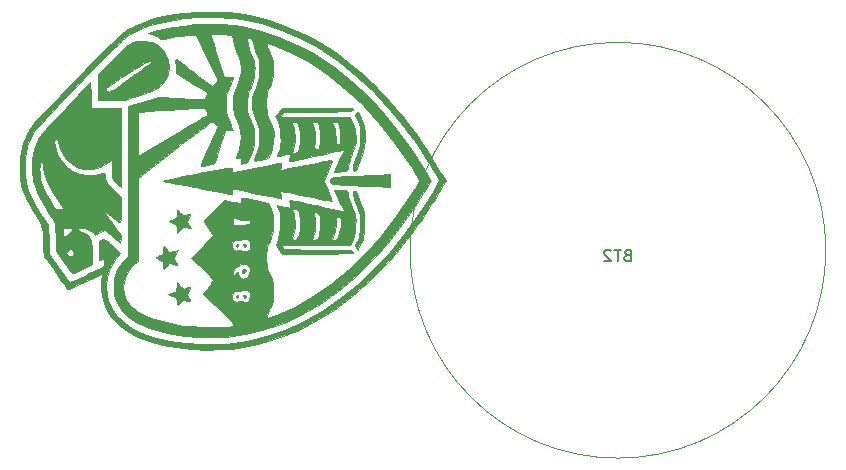
<source format=gbo>
G04 #@! TF.GenerationSoftware,KiCad,Pcbnew,(5.1.5)-3*
G04 #@! TF.CreationDate,2021-03-29T18:53:01-07:00*
G04 #@! TF.ProjectId,PatchV2,50617463-6856-4322-9e6b-696361645f70,rev?*
G04 #@! TF.SameCoordinates,Original*
G04 #@! TF.FileFunction,Legend,Bot*
G04 #@! TF.FilePolarity,Positive*
%FSLAX46Y46*%
G04 Gerber Fmt 4.6, Leading zero omitted, Abs format (unit mm)*
G04 Created by KiCad (PCBNEW (5.1.5)-3) date 2021-03-29 18:53:01*
%MOMM*%
%LPD*%
G04 APERTURE LIST*
%ADD10C,0.010000*%
%ADD11C,0.120000*%
%ADD12C,0.150000*%
G04 APERTURE END LIST*
D10*
G36*
X99681733Y-84991711D02*
G01*
X99718337Y-85006000D01*
X99828896Y-84949980D01*
X99855373Y-84841392D01*
X99833921Y-84806143D01*
X99711017Y-84754638D01*
X99641124Y-84845259D01*
X99638667Y-84879000D01*
X99681733Y-84991711D01*
G37*
X99681733Y-84991711D02*
X99718337Y-85006000D01*
X99828896Y-84949980D01*
X99855373Y-84841392D01*
X99833921Y-84806143D01*
X99711017Y-84754638D01*
X99641124Y-84845259D01*
X99638667Y-84879000D01*
X99681733Y-84991711D01*
G36*
X100299106Y-84991249D02*
G01*
X100358334Y-85006000D01*
X100470582Y-84938227D01*
X100485334Y-84879000D01*
X100417561Y-84766752D01*
X100358334Y-84752000D01*
X100246085Y-84819773D01*
X100231334Y-84879000D01*
X100299106Y-84991249D01*
G37*
X100299106Y-84991249D02*
X100358334Y-85006000D01*
X100470582Y-84938227D01*
X100485334Y-84879000D01*
X100417561Y-84766752D01*
X100358334Y-84752000D01*
X100246085Y-84819773D01*
X100231334Y-84879000D01*
X100299106Y-84991249D01*
G36*
X100205931Y-82909022D02*
G01*
X100341577Y-82941620D01*
X100448063Y-82878185D01*
X100516255Y-82721154D01*
X100490817Y-82644163D01*
X100369336Y-82570898D01*
X100228315Y-82608253D01*
X100148399Y-82730328D01*
X100146667Y-82754679D01*
X100205931Y-82909022D01*
G37*
X100205931Y-82909022D02*
X100341577Y-82941620D01*
X100448063Y-82878185D01*
X100516255Y-82721154D01*
X100490817Y-82644163D01*
X100369336Y-82570898D01*
X100228315Y-82608253D01*
X100148399Y-82730328D01*
X100146667Y-82754679D01*
X100205931Y-82909022D01*
G36*
X99681733Y-80673711D02*
G01*
X99718337Y-80688000D01*
X99828896Y-80631980D01*
X99855373Y-80523392D01*
X99833921Y-80488143D01*
X99711017Y-80436638D01*
X99641124Y-80527259D01*
X99638667Y-80561000D01*
X99681733Y-80673711D01*
G37*
X99681733Y-80673711D02*
X99718337Y-80688000D01*
X99828896Y-80631980D01*
X99855373Y-80523392D01*
X99833921Y-80488143D01*
X99711017Y-80436638D01*
X99641124Y-80527259D01*
X99638667Y-80561000D01*
X99681733Y-80673711D01*
G36*
X100299106Y-80673249D02*
G01*
X100358334Y-80688000D01*
X100470582Y-80620227D01*
X100485334Y-80561000D01*
X100417561Y-80448752D01*
X100358334Y-80434000D01*
X100246085Y-80501773D01*
X100231334Y-80561000D01*
X100299106Y-80673249D01*
G37*
X100299106Y-80673249D02*
X100358334Y-80688000D01*
X100470582Y-80620227D01*
X100485334Y-80561000D01*
X100417561Y-80448752D01*
X100358334Y-80434000D01*
X100246085Y-80501773D01*
X100231334Y-80561000D01*
X100299106Y-80673249D01*
G36*
X92937385Y-81689738D02*
G01*
X93115315Y-81772489D01*
X93161667Y-81788667D01*
X93356446Y-81870567D01*
X93439815Y-81984933D01*
X93457975Y-82198012D01*
X93458000Y-82213569D01*
X93481642Y-82477144D01*
X93551672Y-82578244D01*
X93666746Y-82516369D01*
X93796341Y-82339528D01*
X93921283Y-82142472D01*
X94014619Y-82063110D01*
X94141658Y-82080280D01*
X94342814Y-82162461D01*
X94575650Y-82238757D01*
X94673592Y-82213873D01*
X94639700Y-82084827D01*
X94556165Y-81954487D01*
X94425694Y-81737958D01*
X94407027Y-81564241D01*
X94501948Y-81364435D01*
X94574177Y-81258885D01*
X94759020Y-80999296D01*
X94510677Y-81049386D01*
X94281081Y-81104146D01*
X94124274Y-81152918D01*
X93993389Y-81135913D01*
X93845236Y-80974741D01*
X93799542Y-80904319D01*
X93646598Y-80703253D01*
X93538082Y-80665499D01*
X93475043Y-80790685D01*
X93458000Y-81025098D01*
X93442040Y-81245369D01*
X93363358Y-81363362D01*
X93175753Y-81445323D01*
X93161667Y-81450000D01*
X92968521Y-81531137D01*
X92868980Y-81606941D01*
X92865334Y-81619334D01*
X92937385Y-81689738D01*
G37*
X92937385Y-81689738D02*
X93115315Y-81772489D01*
X93161667Y-81788667D01*
X93356446Y-81870567D01*
X93439815Y-81984933D01*
X93457975Y-82198012D01*
X93458000Y-82213569D01*
X93481642Y-82477144D01*
X93551672Y-82578244D01*
X93666746Y-82516369D01*
X93796341Y-82339528D01*
X93921283Y-82142472D01*
X94014619Y-82063110D01*
X94141658Y-82080280D01*
X94342814Y-82162461D01*
X94575650Y-82238757D01*
X94673592Y-82213873D01*
X94639700Y-82084827D01*
X94556165Y-81954487D01*
X94425694Y-81737958D01*
X94407027Y-81564241D01*
X94501948Y-81364435D01*
X94574177Y-81258885D01*
X94759020Y-80999296D01*
X94510677Y-81049386D01*
X94281081Y-81104146D01*
X94124274Y-81152918D01*
X93993389Y-81135913D01*
X93845236Y-80974741D01*
X93799542Y-80904319D01*
X93646598Y-80703253D01*
X93538082Y-80665499D01*
X93475043Y-80790685D01*
X93458000Y-81025098D01*
X93442040Y-81245369D01*
X93363358Y-81363362D01*
X93175753Y-81445323D01*
X93161667Y-81450000D01*
X92968521Y-81531137D01*
X92868980Y-81606941D01*
X92865334Y-81619334D01*
X92937385Y-81689738D01*
G36*
X94283500Y-84876861D02*
G01*
X94505408Y-84979938D01*
X94610376Y-85085704D01*
X94641712Y-85251569D01*
X94643334Y-85353860D01*
X94666564Y-85593499D01*
X94735595Y-85670156D01*
X94849434Y-85583590D01*
X94953135Y-85429334D01*
X95062707Y-85256511D01*
X95159248Y-85190072D01*
X95306362Y-85210817D01*
X95481688Y-85269789D01*
X95709011Y-85327648D01*
X95797752Y-85289144D01*
X95752593Y-85147995D01*
X95668570Y-85018972D01*
X95537152Y-84820996D01*
X95504681Y-84689310D01*
X95570042Y-84553599D01*
X95659334Y-84436437D01*
X95797150Y-84235424D01*
X95806596Y-84137460D01*
X95685423Y-84132600D01*
X95595834Y-84155693D01*
X95389520Y-84217299D01*
X95262520Y-84255616D01*
X95152005Y-84215233D01*
X94987787Y-84077717D01*
X94906128Y-83990000D01*
X94650215Y-83693667D01*
X94646774Y-84095834D01*
X94622943Y-84371785D01*
X94559349Y-84495813D01*
X94537500Y-84501819D01*
X94390044Y-84536762D01*
X94181751Y-84615694D01*
X94177667Y-84617487D01*
X93923667Y-84729336D01*
X94283500Y-84876861D01*
G37*
X94283500Y-84876861D02*
X94505408Y-84979938D01*
X94610376Y-85085704D01*
X94641712Y-85251569D01*
X94643334Y-85353860D01*
X94666564Y-85593499D01*
X94735595Y-85670156D01*
X94849434Y-85583590D01*
X94953135Y-85429334D01*
X95062707Y-85256511D01*
X95159248Y-85190072D01*
X95306362Y-85210817D01*
X95481688Y-85269789D01*
X95709011Y-85327648D01*
X95797752Y-85289144D01*
X95752593Y-85147995D01*
X95668570Y-85018972D01*
X95537152Y-84820996D01*
X95504681Y-84689310D01*
X95570042Y-84553599D01*
X95659334Y-84436437D01*
X95797150Y-84235424D01*
X95806596Y-84137460D01*
X95685423Y-84132600D01*
X95595834Y-84155693D01*
X95389520Y-84217299D01*
X95262520Y-84255616D01*
X95152005Y-84215233D01*
X94987787Y-84077717D01*
X94906128Y-83990000D01*
X94650215Y-83693667D01*
X94646774Y-84095834D01*
X94622943Y-84371785D01*
X94559349Y-84495813D01*
X94537500Y-84501819D01*
X94390044Y-84536762D01*
X94181751Y-84615694D01*
X94177667Y-84617487D01*
X93923667Y-84729336D01*
X94283500Y-84876861D01*
G36*
X94164688Y-78606401D02*
G01*
X94283500Y-78661727D01*
X94504313Y-78769405D01*
X94609950Y-78878646D01*
X94643525Y-79051161D01*
X94646774Y-79181695D01*
X94650215Y-79545000D01*
X94898274Y-79254861D01*
X95060645Y-79078566D01*
X95186258Y-79010648D01*
X95344299Y-79027392D01*
X95462027Y-79061611D01*
X95672741Y-79114005D01*
X95804449Y-79123917D01*
X95818347Y-79117876D01*
X95800095Y-79030997D01*
X95703356Y-78867990D01*
X95674486Y-78827721D01*
X95538318Y-78626481D01*
X95506561Y-78487525D01*
X95577441Y-78341229D01*
X95659334Y-78232667D01*
X95797543Y-78026138D01*
X95805384Y-77922504D01*
X95682467Y-77916124D01*
X95638167Y-77927121D01*
X95404185Y-77990865D01*
X95278334Y-78024312D01*
X95119910Y-78006253D01*
X94963992Y-77847914D01*
X94939667Y-77812227D01*
X94789961Y-77615358D01*
X94697482Y-77576739D01*
X94652253Y-77699193D01*
X94643334Y-77896096D01*
X94626575Y-78126104D01*
X94553865Y-78249803D01*
X94410500Y-78321941D01*
X94194479Y-78401755D01*
X94050667Y-78456044D01*
X94026673Y-78513467D01*
X94164688Y-78606401D01*
G37*
X94164688Y-78606401D02*
X94283500Y-78661727D01*
X94504313Y-78769405D01*
X94609950Y-78878646D01*
X94643525Y-79051161D01*
X94646774Y-79181695D01*
X94650215Y-79545000D01*
X94898274Y-79254861D01*
X95060645Y-79078566D01*
X95186258Y-79010648D01*
X95344299Y-79027392D01*
X95462027Y-79061611D01*
X95672741Y-79114005D01*
X95804449Y-79123917D01*
X95818347Y-79117876D01*
X95800095Y-79030997D01*
X95703356Y-78867990D01*
X95674486Y-78827721D01*
X95538318Y-78626481D01*
X95506561Y-78487525D01*
X95577441Y-78341229D01*
X95659334Y-78232667D01*
X95797543Y-78026138D01*
X95805384Y-77922504D01*
X95682467Y-77916124D01*
X95638167Y-77927121D01*
X95404185Y-77990865D01*
X95278334Y-78024312D01*
X95119910Y-78006253D01*
X94963992Y-77847914D01*
X94939667Y-77812227D01*
X94789961Y-77615358D01*
X94697482Y-77576739D01*
X94652253Y-77699193D01*
X94643334Y-77896096D01*
X94626575Y-78126104D01*
X94553865Y-78249803D01*
X94410500Y-78321941D01*
X94194479Y-78401755D01*
X94050667Y-78456044D01*
X94026673Y-78513467D01*
X94164688Y-78606401D01*
G36*
X93535547Y-75137475D02*
G01*
X93744496Y-75193535D01*
X94049315Y-75260357D01*
X94283500Y-75305662D01*
X94767356Y-75395469D01*
X95310288Y-75497287D01*
X95811445Y-75592185D01*
X95913334Y-75611641D01*
X96314446Y-75688050D01*
X96818682Y-75783583D01*
X97362710Y-75886265D01*
X97883200Y-75984123D01*
X97903000Y-75987836D01*
X98341237Y-76071057D01*
X98728042Y-76146459D01*
X99028780Y-76207147D01*
X99208820Y-76246226D01*
X99235458Y-76253093D01*
X99332611Y-76257648D01*
X99351289Y-76162833D01*
X99330708Y-76036708D01*
X99316751Y-75858293D01*
X99353366Y-75777720D01*
X99357600Y-75777334D01*
X99459285Y-75794161D01*
X99702870Y-75841434D01*
X100064634Y-75914333D01*
X100520856Y-76008043D01*
X101047816Y-76117746D01*
X101442247Y-76200667D01*
X102001252Y-76318362D01*
X102503058Y-76423475D01*
X102924624Y-76511226D01*
X103242908Y-76576831D01*
X103434868Y-76615509D01*
X103481814Y-76624000D01*
X103486870Y-76551207D01*
X103457629Y-76370267D01*
X103444429Y-76308877D01*
X103402737Y-76103306D01*
X103388021Y-75986648D01*
X103389845Y-75978288D01*
X103473614Y-75990761D01*
X103701101Y-76033856D01*
X104050354Y-76103164D01*
X104499423Y-76194278D01*
X105026353Y-76302791D01*
X105563889Y-76414800D01*
X106144598Y-76534712D01*
X106669135Y-76639696D01*
X107115263Y-76725573D01*
X107460744Y-76788162D01*
X107683342Y-76823282D01*
X107760479Y-76827743D01*
X107746442Y-76738424D01*
X107678243Y-76526770D01*
X107567507Y-76226476D01*
X107455099Y-75942598D01*
X107110685Y-75096487D01*
X107436073Y-74315077D01*
X107604950Y-73901785D01*
X107708250Y-73620897D01*
X107749257Y-73450117D01*
X107731255Y-73367150D01*
X107657529Y-73349700D01*
X107576167Y-73364137D01*
X107356733Y-73413839D01*
X107024856Y-73485794D01*
X106607362Y-73574483D01*
X106131080Y-73674387D01*
X105622836Y-73779987D01*
X105109458Y-73885763D01*
X104617773Y-73986198D01*
X104174609Y-74075771D01*
X103806792Y-74148964D01*
X103541151Y-74200257D01*
X103404512Y-74224131D01*
X103392033Y-74224922D01*
X103396839Y-74139143D01*
X103431885Y-73948806D01*
X103446088Y-73883766D01*
X103485368Y-73678245D01*
X103465890Y-73596454D01*
X103371645Y-73598275D01*
X103335576Y-73606832D01*
X103194460Y-73638366D01*
X102918796Y-73697075D01*
X102539969Y-73776378D01*
X102089365Y-73869696D01*
X101713000Y-73947008D01*
X101209547Y-74050670D01*
X100735547Y-74149371D01*
X100327943Y-74235337D01*
X100023678Y-74300793D01*
X99892667Y-74330083D01*
X99578679Y-74397369D01*
X99397482Y-74413654D01*
X99318524Y-74372577D01*
X99311251Y-74267778D01*
X99320722Y-74211000D01*
X99321022Y-74046485D01*
X99224759Y-73998104D01*
X99093646Y-74012834D01*
X98826929Y-74055079D01*
X98447712Y-74120421D01*
X97979097Y-74204443D01*
X97444186Y-74302725D01*
X96866081Y-74410850D01*
X96267884Y-74524399D01*
X95672699Y-74638954D01*
X95103627Y-74750097D01*
X94583771Y-74853409D01*
X94136233Y-74944472D01*
X93784114Y-75018868D01*
X93550519Y-75072178D01*
X93458548Y-75099984D01*
X93458000Y-75100989D01*
X93535547Y-75137475D01*
G37*
X93535547Y-75137475D02*
X93744496Y-75193535D01*
X94049315Y-75260357D01*
X94283500Y-75305662D01*
X94767356Y-75395469D01*
X95310288Y-75497287D01*
X95811445Y-75592185D01*
X95913334Y-75611641D01*
X96314446Y-75688050D01*
X96818682Y-75783583D01*
X97362710Y-75886265D01*
X97883200Y-75984123D01*
X97903000Y-75987836D01*
X98341237Y-76071057D01*
X98728042Y-76146459D01*
X99028780Y-76207147D01*
X99208820Y-76246226D01*
X99235458Y-76253093D01*
X99332611Y-76257648D01*
X99351289Y-76162833D01*
X99330708Y-76036708D01*
X99316751Y-75858293D01*
X99353366Y-75777720D01*
X99357600Y-75777334D01*
X99459285Y-75794161D01*
X99702870Y-75841434D01*
X100064634Y-75914333D01*
X100520856Y-76008043D01*
X101047816Y-76117746D01*
X101442247Y-76200667D01*
X102001252Y-76318362D01*
X102503058Y-76423475D01*
X102924624Y-76511226D01*
X103242908Y-76576831D01*
X103434868Y-76615509D01*
X103481814Y-76624000D01*
X103486870Y-76551207D01*
X103457629Y-76370267D01*
X103444429Y-76308877D01*
X103402737Y-76103306D01*
X103388021Y-75986648D01*
X103389845Y-75978288D01*
X103473614Y-75990761D01*
X103701101Y-76033856D01*
X104050354Y-76103164D01*
X104499423Y-76194278D01*
X105026353Y-76302791D01*
X105563889Y-76414800D01*
X106144598Y-76534712D01*
X106669135Y-76639696D01*
X107115263Y-76725573D01*
X107460744Y-76788162D01*
X107683342Y-76823282D01*
X107760479Y-76827743D01*
X107746442Y-76738424D01*
X107678243Y-76526770D01*
X107567507Y-76226476D01*
X107455099Y-75942598D01*
X107110685Y-75096487D01*
X107436073Y-74315077D01*
X107604950Y-73901785D01*
X107708250Y-73620897D01*
X107749257Y-73450117D01*
X107731255Y-73367150D01*
X107657529Y-73349700D01*
X107576167Y-73364137D01*
X107356733Y-73413839D01*
X107024856Y-73485794D01*
X106607362Y-73574483D01*
X106131080Y-73674387D01*
X105622836Y-73779987D01*
X105109458Y-73885763D01*
X104617773Y-73986198D01*
X104174609Y-74075771D01*
X103806792Y-74148964D01*
X103541151Y-74200257D01*
X103404512Y-74224131D01*
X103392033Y-74224922D01*
X103396839Y-74139143D01*
X103431885Y-73948806D01*
X103446088Y-73883766D01*
X103485368Y-73678245D01*
X103465890Y-73596454D01*
X103371645Y-73598275D01*
X103335576Y-73606832D01*
X103194460Y-73638366D01*
X102918796Y-73697075D01*
X102539969Y-73776378D01*
X102089365Y-73869696D01*
X101713000Y-73947008D01*
X101209547Y-74050670D01*
X100735547Y-74149371D01*
X100327943Y-74235337D01*
X100023678Y-74300793D01*
X99892667Y-74330083D01*
X99578679Y-74397369D01*
X99397482Y-74413654D01*
X99318524Y-74372577D01*
X99311251Y-74267778D01*
X99320722Y-74211000D01*
X99321022Y-74046485D01*
X99224759Y-73998104D01*
X99093646Y-74012834D01*
X98826929Y-74055079D01*
X98447712Y-74120421D01*
X97979097Y-74204443D01*
X97444186Y-74302725D01*
X96866081Y-74410850D01*
X96267884Y-74524399D01*
X95672699Y-74638954D01*
X95103627Y-74750097D01*
X94583771Y-74853409D01*
X94136233Y-74944472D01*
X93784114Y-75018868D01*
X93550519Y-75072178D01*
X93458548Y-75099984D01*
X93458000Y-75100989D01*
X93535547Y-75137475D01*
G36*
X103277536Y-80939730D02*
G01*
X103547562Y-81280667D01*
X106591427Y-81280667D01*
X107388599Y-81280474D01*
X108032249Y-81279293D01*
X108538189Y-81276215D01*
X108922231Y-81270335D01*
X109200187Y-81260747D01*
X109387867Y-81246542D01*
X109501085Y-81226815D01*
X109555652Y-81200659D01*
X109567378Y-81167168D01*
X109552077Y-81125434D01*
X109544667Y-81111334D01*
X109514615Y-81065626D01*
X109467000Y-81028954D01*
X109384451Y-81000304D01*
X109249597Y-80978660D01*
X109045065Y-80963009D01*
X108753485Y-80952336D01*
X108357485Y-80945626D01*
X107839693Y-80941865D01*
X107182739Y-80940039D01*
X106599521Y-80939340D01*
X103745000Y-80936679D01*
X103440762Y-80518667D01*
X109300035Y-80518667D01*
X109526858Y-80031834D01*
X109655053Y-79713979D01*
X109730714Y-79397156D01*
X109768487Y-79010468D01*
X109776114Y-78825334D01*
X109781181Y-78451906D01*
X109759577Y-78171564D01*
X109697578Y-77913502D01*
X109581460Y-77606912D01*
X109505334Y-77428334D01*
X109360313Y-77061489D01*
X109239621Y-76698290D01*
X109165040Y-76405744D01*
X109156785Y-76356108D01*
X109108255Y-76120061D01*
X109019736Y-75974173D01*
X108855645Y-75897036D01*
X108580404Y-75867243D01*
X108337460Y-75863156D01*
X107934586Y-75862000D01*
X108401667Y-76793334D01*
X108577868Y-77148340D01*
X108719621Y-77441006D01*
X108813239Y-77642546D01*
X108845038Y-77724178D01*
X108844495Y-77724667D01*
X108760312Y-77707682D01*
X108536637Y-77660462D01*
X108260556Y-77601622D01*
X108260556Y-78148000D01*
X108421543Y-78175642D01*
X108472222Y-78204445D01*
X108515072Y-78337544D01*
X108529248Y-78588271D01*
X108517231Y-78907808D01*
X108481504Y-79247342D01*
X108424549Y-79558055D01*
X108398387Y-79656633D01*
X108312880Y-79912664D01*
X108230883Y-80043938D01*
X108118510Y-80090852D01*
X108030397Y-80095334D01*
X107792688Y-80095334D01*
X107946247Y-79650834D01*
X108033655Y-79305670D01*
X108090569Y-78904909D01*
X108102569Y-78677167D01*
X108110682Y-78384304D01*
X108138523Y-78223458D01*
X108197168Y-78157536D01*
X108260556Y-78148000D01*
X108260556Y-77601622D01*
X108199478Y-77588604D01*
X107774841Y-77497709D01*
X107288732Y-77393375D01*
X106767158Y-77281202D01*
X106397384Y-77201533D01*
X106397384Y-77754978D01*
X106545783Y-77819077D01*
X106686911Y-77954292D01*
X106767092Y-78115209D01*
X106797354Y-78383385D01*
X106796539Y-78753355D01*
X106768570Y-79161235D01*
X106717368Y-79543142D01*
X106665008Y-79777834D01*
X106585481Y-79988336D01*
X106478819Y-80078320D01*
X106327674Y-80095334D01*
X106081974Y-80095334D01*
X106203180Y-79805247D01*
X106327338Y-79371487D01*
X106384732Y-78871412D01*
X106367583Y-78394312D01*
X106339813Y-78237225D01*
X106295796Y-77997986D01*
X106285201Y-77830915D01*
X106292963Y-77796450D01*
X106397384Y-77754978D01*
X106397384Y-77201533D01*
X106236126Y-77166789D01*
X105721643Y-77055735D01*
X105249714Y-76953640D01*
X104846347Y-76866103D01*
X104632615Y-76819467D01*
X104632615Y-77470667D01*
X104782764Y-77490388D01*
X104886295Y-77569815D01*
X104959076Y-77739348D01*
X105016977Y-78029384D01*
X105050924Y-78271944D01*
X105081831Y-78779638D01*
X105051161Y-79280002D01*
X104964349Y-79706627D01*
X104924204Y-79820167D01*
X104806519Y-80020770D01*
X104648394Y-80092708D01*
X104595987Y-80095334D01*
X104450022Y-80091756D01*
X104395115Y-80052977D01*
X104421093Y-79936930D01*
X104507000Y-79727393D01*
X104583185Y-79431570D01*
X104624620Y-79033125D01*
X104631168Y-78594160D01*
X104602693Y-78176774D01*
X104539057Y-77843071D01*
X104511320Y-77764281D01*
X104388641Y-77470667D01*
X104632615Y-77470667D01*
X104632615Y-76819467D01*
X104537548Y-76798723D01*
X104349324Y-76757100D01*
X104328106Y-76752283D01*
X104217918Y-76740380D01*
X104179512Y-76800805D01*
X104197639Y-76973785D01*
X104212482Y-77057258D01*
X104275751Y-77403250D01*
X104010375Y-77350041D01*
X103738811Y-77299184D01*
X103438811Y-77247763D01*
X103419030Y-77244573D01*
X103093059Y-77192316D01*
X103249696Y-77479658D01*
X103348056Y-77772317D01*
X103405358Y-78181360D01*
X103422379Y-78659085D01*
X103399891Y-79157790D01*
X103338670Y-79629774D01*
X103239490Y-80027335D01*
X103206921Y-80114230D01*
X103007509Y-80598794D01*
X103277536Y-80939730D01*
G37*
X103277536Y-80939730D02*
X103547562Y-81280667D01*
X106591427Y-81280667D01*
X107388599Y-81280474D01*
X108032249Y-81279293D01*
X108538189Y-81276215D01*
X108922231Y-81270335D01*
X109200187Y-81260747D01*
X109387867Y-81246542D01*
X109501085Y-81226815D01*
X109555652Y-81200659D01*
X109567378Y-81167168D01*
X109552077Y-81125434D01*
X109544667Y-81111334D01*
X109514615Y-81065626D01*
X109467000Y-81028954D01*
X109384451Y-81000304D01*
X109249597Y-80978660D01*
X109045065Y-80963009D01*
X108753485Y-80952336D01*
X108357485Y-80945626D01*
X107839693Y-80941865D01*
X107182739Y-80940039D01*
X106599521Y-80939340D01*
X103745000Y-80936679D01*
X103440762Y-80518667D01*
X109300035Y-80518667D01*
X109526858Y-80031834D01*
X109655053Y-79713979D01*
X109730714Y-79397156D01*
X109768487Y-79010468D01*
X109776114Y-78825334D01*
X109781181Y-78451906D01*
X109759577Y-78171564D01*
X109697578Y-77913502D01*
X109581460Y-77606912D01*
X109505334Y-77428334D01*
X109360313Y-77061489D01*
X109239621Y-76698290D01*
X109165040Y-76405744D01*
X109156785Y-76356108D01*
X109108255Y-76120061D01*
X109019736Y-75974173D01*
X108855645Y-75897036D01*
X108580404Y-75867243D01*
X108337460Y-75863156D01*
X107934586Y-75862000D01*
X108401667Y-76793334D01*
X108577868Y-77148340D01*
X108719621Y-77441006D01*
X108813239Y-77642546D01*
X108845038Y-77724178D01*
X108844495Y-77724667D01*
X108760312Y-77707682D01*
X108536637Y-77660462D01*
X108260556Y-77601622D01*
X108260556Y-78148000D01*
X108421543Y-78175642D01*
X108472222Y-78204445D01*
X108515072Y-78337544D01*
X108529248Y-78588271D01*
X108517231Y-78907808D01*
X108481504Y-79247342D01*
X108424549Y-79558055D01*
X108398387Y-79656633D01*
X108312880Y-79912664D01*
X108230883Y-80043938D01*
X108118510Y-80090852D01*
X108030397Y-80095334D01*
X107792688Y-80095334D01*
X107946247Y-79650834D01*
X108033655Y-79305670D01*
X108090569Y-78904909D01*
X108102569Y-78677167D01*
X108110682Y-78384304D01*
X108138523Y-78223458D01*
X108197168Y-78157536D01*
X108260556Y-78148000D01*
X108260556Y-77601622D01*
X108199478Y-77588604D01*
X107774841Y-77497709D01*
X107288732Y-77393375D01*
X106767158Y-77281202D01*
X106397384Y-77201533D01*
X106397384Y-77754978D01*
X106545783Y-77819077D01*
X106686911Y-77954292D01*
X106767092Y-78115209D01*
X106797354Y-78383385D01*
X106796539Y-78753355D01*
X106768570Y-79161235D01*
X106717368Y-79543142D01*
X106665008Y-79777834D01*
X106585481Y-79988336D01*
X106478819Y-80078320D01*
X106327674Y-80095334D01*
X106081974Y-80095334D01*
X106203180Y-79805247D01*
X106327338Y-79371487D01*
X106384732Y-78871412D01*
X106367583Y-78394312D01*
X106339813Y-78237225D01*
X106295796Y-77997986D01*
X106285201Y-77830915D01*
X106292963Y-77796450D01*
X106397384Y-77754978D01*
X106397384Y-77201533D01*
X106236126Y-77166789D01*
X105721643Y-77055735D01*
X105249714Y-76953640D01*
X104846347Y-76866103D01*
X104632615Y-76819467D01*
X104632615Y-77470667D01*
X104782764Y-77490388D01*
X104886295Y-77569815D01*
X104959076Y-77739348D01*
X105016977Y-78029384D01*
X105050924Y-78271944D01*
X105081831Y-78779638D01*
X105051161Y-79280002D01*
X104964349Y-79706627D01*
X104924204Y-79820167D01*
X104806519Y-80020770D01*
X104648394Y-80092708D01*
X104595987Y-80095334D01*
X104450022Y-80091756D01*
X104395115Y-80052977D01*
X104421093Y-79936930D01*
X104507000Y-79727393D01*
X104583185Y-79431570D01*
X104624620Y-79033125D01*
X104631168Y-78594160D01*
X104602693Y-78176774D01*
X104539057Y-77843071D01*
X104511320Y-77764281D01*
X104388641Y-77470667D01*
X104632615Y-77470667D01*
X104632615Y-76819467D01*
X104537548Y-76798723D01*
X104349324Y-76757100D01*
X104328106Y-76752283D01*
X104217918Y-76740380D01*
X104179512Y-76800805D01*
X104197639Y-76973785D01*
X104212482Y-77057258D01*
X104275751Y-77403250D01*
X104010375Y-77350041D01*
X103738811Y-77299184D01*
X103438811Y-77247763D01*
X103419030Y-77244573D01*
X103093059Y-77192316D01*
X103249696Y-77479658D01*
X103348056Y-77772317D01*
X103405358Y-78181360D01*
X103422379Y-78659085D01*
X103399891Y-79157790D01*
X103338670Y-79629774D01*
X103239490Y-80027335D01*
X103206921Y-80114230D01*
X103007509Y-80598794D01*
X103277536Y-80939730D01*
G36*
X103196966Y-70044623D02*
G01*
X103313700Y-70386486D01*
X103387502Y-70794855D01*
X103426480Y-71290000D01*
X103437878Y-71742279D01*
X103414894Y-72093384D01*
X103346517Y-72409854D01*
X103221741Y-72758229D01*
X103158475Y-72909942D01*
X103140514Y-72983042D01*
X103191749Y-73008389D01*
X103344997Y-72987687D01*
X103591571Y-72932431D01*
X103929192Y-72855343D01*
X104130830Y-72825685D01*
X104225485Y-72852734D01*
X104242152Y-72945765D01*
X104209829Y-73114055D01*
X104206429Y-73129123D01*
X104165255Y-73335641D01*
X104151926Y-73454185D01*
X104154177Y-73463066D01*
X104239109Y-73453529D01*
X104456208Y-73413587D01*
X104772364Y-73349682D01*
X105144332Y-73270461D01*
X105626953Y-73166006D01*
X106199665Y-73042958D01*
X106786840Y-72917526D01*
X107258667Y-72817364D01*
X107698632Y-72723600D01*
X108097513Y-72637236D01*
X108416520Y-72566766D01*
X108616864Y-72520682D01*
X108640575Y-72514810D01*
X108879484Y-72453927D01*
X108407035Y-73395964D01*
X107934586Y-74338000D01*
X108337460Y-74336844D01*
X108699993Y-74325463D01*
X108928999Y-74280190D01*
X109059756Y-74180536D01*
X109127539Y-74006010D01*
X109151695Y-73863898D01*
X109208605Y-73611385D01*
X109315261Y-73266448D01*
X109451892Y-72891063D01*
X109500894Y-72769360D01*
X109653747Y-72376103D01*
X109743520Y-72066168D01*
X109784907Y-71772464D01*
X109792701Y-71437175D01*
X109773793Y-71080748D01*
X109730182Y-70747214D01*
X109674707Y-70520044D01*
X109556905Y-70231010D01*
X109427720Y-69954797D01*
X109424498Y-69948544D01*
X109286318Y-69681334D01*
X108031115Y-69681334D01*
X108031115Y-70104667D01*
X108181308Y-70124358D01*
X108279292Y-70211357D01*
X108362964Y-70407547D01*
X108394968Y-70506834D01*
X108461024Y-70818675D01*
X108499320Y-71199380D01*
X108503363Y-71459334D01*
X108488666Y-71758112D01*
X108458344Y-71927419D01*
X108398072Y-72007111D01*
X108295834Y-72036722D01*
X108192275Y-72039821D01*
X108134854Y-71987470D01*
X108109667Y-71843124D01*
X108102812Y-71570240D01*
X108102569Y-71528722D01*
X108074208Y-71150015D01*
X108004460Y-70756943D01*
X107946247Y-70549167D01*
X107792688Y-70104667D01*
X108031115Y-70104667D01*
X108031115Y-69681334D01*
X106328390Y-69681334D01*
X106328390Y-70104667D01*
X106497487Y-70127761D01*
X106593178Y-70228904D01*
X106656311Y-70422167D01*
X106722172Y-70677966D01*
X106776638Y-70888257D01*
X106782047Y-70909000D01*
X106801477Y-71095526D01*
X106802420Y-71386037D01*
X106788052Y-71718392D01*
X106761548Y-72030447D01*
X106726086Y-72260060D01*
X106710215Y-72314615D01*
X106590864Y-72414473D01*
X106450916Y-72410736D01*
X106306955Y-72358056D01*
X106284792Y-72241999D01*
X106306991Y-72148121D01*
X106353371Y-71847036D01*
X106363362Y-71455737D01*
X106340371Y-71040389D01*
X106287804Y-70667154D01*
X106218122Y-70422167D01*
X106081974Y-70104667D01*
X106328390Y-70104667D01*
X106328390Y-69681334D01*
X104588688Y-69681334D01*
X104588688Y-70104667D01*
X104776570Y-70160179D01*
X104913588Y-70337994D01*
X105009057Y-70655027D01*
X105053891Y-70949242D01*
X105073756Y-71723071D01*
X104961041Y-72411834D01*
X104890591Y-72622031D01*
X104789987Y-72711848D01*
X104635057Y-72729334D01*
X104388641Y-72729334D01*
X104511320Y-72435720D01*
X104586208Y-72141801D01*
X104625891Y-71744379D01*
X104630507Y-71305554D01*
X104600193Y-70887428D01*
X104535085Y-70552101D01*
X104507000Y-70472608D01*
X104415998Y-70249146D01*
X104395991Y-70141354D01*
X104456310Y-70107196D01*
X104588688Y-70104667D01*
X104588688Y-69681334D01*
X103440762Y-69681334D01*
X103592881Y-69472327D01*
X103745000Y-69263321D01*
X106599521Y-69260661D01*
X107370124Y-69259611D01*
X107988765Y-69257374D01*
X108472815Y-69252936D01*
X108839647Y-69245281D01*
X109106631Y-69233396D01*
X109291139Y-69216266D01*
X109410541Y-69192877D01*
X109482211Y-69162213D01*
X109523519Y-69123261D01*
X109544667Y-69088667D01*
X109564945Y-69044314D01*
X109562887Y-69008472D01*
X109522681Y-68980234D01*
X109428514Y-68958694D01*
X109264576Y-68942946D01*
X109015054Y-68932082D01*
X108664137Y-68925196D01*
X108196012Y-68921382D01*
X107594869Y-68919732D01*
X106844896Y-68919341D01*
X106591427Y-68919334D01*
X103547562Y-68919334D01*
X103276596Y-69261456D01*
X103005630Y-69603579D01*
X103196966Y-70044623D01*
G37*
X103196966Y-70044623D02*
X103313700Y-70386486D01*
X103387502Y-70794855D01*
X103426480Y-71290000D01*
X103437878Y-71742279D01*
X103414894Y-72093384D01*
X103346517Y-72409854D01*
X103221741Y-72758229D01*
X103158475Y-72909942D01*
X103140514Y-72983042D01*
X103191749Y-73008389D01*
X103344997Y-72987687D01*
X103591571Y-72932431D01*
X103929192Y-72855343D01*
X104130830Y-72825685D01*
X104225485Y-72852734D01*
X104242152Y-72945765D01*
X104209829Y-73114055D01*
X104206429Y-73129123D01*
X104165255Y-73335641D01*
X104151926Y-73454185D01*
X104154177Y-73463066D01*
X104239109Y-73453529D01*
X104456208Y-73413587D01*
X104772364Y-73349682D01*
X105144332Y-73270461D01*
X105626953Y-73166006D01*
X106199665Y-73042958D01*
X106786840Y-72917526D01*
X107258667Y-72817364D01*
X107698632Y-72723600D01*
X108097513Y-72637236D01*
X108416520Y-72566766D01*
X108616864Y-72520682D01*
X108640575Y-72514810D01*
X108879484Y-72453927D01*
X108407035Y-73395964D01*
X107934586Y-74338000D01*
X108337460Y-74336844D01*
X108699993Y-74325463D01*
X108928999Y-74280190D01*
X109059756Y-74180536D01*
X109127539Y-74006010D01*
X109151695Y-73863898D01*
X109208605Y-73611385D01*
X109315261Y-73266448D01*
X109451892Y-72891063D01*
X109500894Y-72769360D01*
X109653747Y-72376103D01*
X109743520Y-72066168D01*
X109784907Y-71772464D01*
X109792701Y-71437175D01*
X109773793Y-71080748D01*
X109730182Y-70747214D01*
X109674707Y-70520044D01*
X109556905Y-70231010D01*
X109427720Y-69954797D01*
X109424498Y-69948544D01*
X109286318Y-69681334D01*
X108031115Y-69681334D01*
X108031115Y-70104667D01*
X108181308Y-70124358D01*
X108279292Y-70211357D01*
X108362964Y-70407547D01*
X108394968Y-70506834D01*
X108461024Y-70818675D01*
X108499320Y-71199380D01*
X108503363Y-71459334D01*
X108488666Y-71758112D01*
X108458344Y-71927419D01*
X108398072Y-72007111D01*
X108295834Y-72036722D01*
X108192275Y-72039821D01*
X108134854Y-71987470D01*
X108109667Y-71843124D01*
X108102812Y-71570240D01*
X108102569Y-71528722D01*
X108074208Y-71150015D01*
X108004460Y-70756943D01*
X107946247Y-70549167D01*
X107792688Y-70104667D01*
X108031115Y-70104667D01*
X108031115Y-69681334D01*
X106328390Y-69681334D01*
X106328390Y-70104667D01*
X106497487Y-70127761D01*
X106593178Y-70228904D01*
X106656311Y-70422167D01*
X106722172Y-70677966D01*
X106776638Y-70888257D01*
X106782047Y-70909000D01*
X106801477Y-71095526D01*
X106802420Y-71386037D01*
X106788052Y-71718392D01*
X106761548Y-72030447D01*
X106726086Y-72260060D01*
X106710215Y-72314615D01*
X106590864Y-72414473D01*
X106450916Y-72410736D01*
X106306955Y-72358056D01*
X106284792Y-72241999D01*
X106306991Y-72148121D01*
X106353371Y-71847036D01*
X106363362Y-71455737D01*
X106340371Y-71040389D01*
X106287804Y-70667154D01*
X106218122Y-70422167D01*
X106081974Y-70104667D01*
X106328390Y-70104667D01*
X106328390Y-69681334D01*
X104588688Y-69681334D01*
X104588688Y-70104667D01*
X104776570Y-70160179D01*
X104913588Y-70337994D01*
X105009057Y-70655027D01*
X105053891Y-70949242D01*
X105073756Y-71723071D01*
X104961041Y-72411834D01*
X104890591Y-72622031D01*
X104789987Y-72711848D01*
X104635057Y-72729334D01*
X104388641Y-72729334D01*
X104511320Y-72435720D01*
X104586208Y-72141801D01*
X104625891Y-71744379D01*
X104630507Y-71305554D01*
X104600193Y-70887428D01*
X104535085Y-70552101D01*
X104507000Y-70472608D01*
X104415998Y-70249146D01*
X104395991Y-70141354D01*
X104456310Y-70107196D01*
X104588688Y-70104667D01*
X104588688Y-69681334D01*
X103440762Y-69681334D01*
X103592881Y-69472327D01*
X103745000Y-69263321D01*
X106599521Y-69260661D01*
X107370124Y-69259611D01*
X107988765Y-69257374D01*
X108472815Y-69252936D01*
X108839647Y-69245281D01*
X109106631Y-69233396D01*
X109291139Y-69216266D01*
X109410541Y-69192877D01*
X109482211Y-69162213D01*
X109523519Y-69123261D01*
X109544667Y-69088667D01*
X109564945Y-69044314D01*
X109562887Y-69008472D01*
X109522681Y-68980234D01*
X109428514Y-68958694D01*
X109264576Y-68942946D01*
X109015054Y-68932082D01*
X108664137Y-68925196D01*
X108196012Y-68921382D01*
X107594869Y-68919732D01*
X106844896Y-68919341D01*
X106591427Y-68919334D01*
X103547562Y-68919334D01*
X103276596Y-69261456D01*
X103005630Y-69603579D01*
X103196966Y-70044623D01*
G36*
X109568416Y-76228565D02*
G01*
X109582923Y-76329992D01*
X109650268Y-76605853D01*
X109770392Y-76953830D01*
X109910037Y-77282492D01*
X110033224Y-77555670D01*
X110111927Y-77782876D01*
X110155999Y-78017396D01*
X110175293Y-78312516D01*
X110179663Y-78721523D01*
X110179667Y-78740667D01*
X110174855Y-79163358D01*
X110154697Y-79468300D01*
X110110605Y-79706944D01*
X110033994Y-79930738D01*
X109949233Y-80121491D01*
X109824920Y-80407068D01*
X109775413Y-80591369D01*
X109791770Y-80720294D01*
X109821432Y-80777658D01*
X109918328Y-80906140D01*
X109967200Y-80941061D01*
X110019330Y-80868958D01*
X110117194Y-80679464D01*
X110240986Y-80411327D01*
X110259327Y-80369561D01*
X110378067Y-80075381D01*
X110454520Y-79812069D01*
X110499272Y-79522592D01*
X110522908Y-79149918D01*
X110530228Y-78910000D01*
X110533099Y-78510128D01*
X110523202Y-78148340D01*
X110502526Y-77874189D01*
X110484391Y-77767000D01*
X110414801Y-77552259D01*
X110303610Y-77255089D01*
X110202031Y-77005000D01*
X110077836Y-76689704D01*
X109976086Y-76393614D01*
X109928648Y-76221834D01*
X109850926Y-76017284D01*
X109720322Y-75947534D01*
X109697660Y-75946667D01*
X109594645Y-75963389D01*
X109555934Y-76042756D01*
X109568416Y-76228565D01*
G37*
X109568416Y-76228565D02*
X109582923Y-76329992D01*
X109650268Y-76605853D01*
X109770392Y-76953830D01*
X109910037Y-77282492D01*
X110033224Y-77555670D01*
X110111927Y-77782876D01*
X110155999Y-78017396D01*
X110175293Y-78312516D01*
X110179663Y-78721523D01*
X110179667Y-78740667D01*
X110174855Y-79163358D01*
X110154697Y-79468300D01*
X110110605Y-79706944D01*
X110033994Y-79930738D01*
X109949233Y-80121491D01*
X109824920Y-80407068D01*
X109775413Y-80591369D01*
X109791770Y-80720294D01*
X109821432Y-80777658D01*
X109918328Y-80906140D01*
X109967200Y-80941061D01*
X110019330Y-80868958D01*
X110117194Y-80679464D01*
X110240986Y-80411327D01*
X110259327Y-80369561D01*
X110378067Y-80075381D01*
X110454520Y-79812069D01*
X110499272Y-79522592D01*
X110522908Y-79149918D01*
X110530228Y-78910000D01*
X110533099Y-78510128D01*
X110523202Y-78148340D01*
X110502526Y-77874189D01*
X110484391Y-77767000D01*
X110414801Y-77552259D01*
X110303610Y-77255089D01*
X110202031Y-77005000D01*
X110077836Y-76689704D01*
X109976086Y-76393614D01*
X109928648Y-76221834D01*
X109850926Y-76017284D01*
X109720322Y-75947534D01*
X109697660Y-75946667D01*
X109594645Y-75963389D01*
X109555934Y-76042756D01*
X109568416Y-76228565D01*
G36*
X109578409Y-74226461D02*
G01*
X109668148Y-74253147D01*
X109683124Y-74253334D01*
X109790284Y-74209122D01*
X109891334Y-74057897D01*
X110004034Y-73771772D01*
X110020148Y-73724167D01*
X110150529Y-73344388D01*
X110295245Y-72937693D01*
X110378870Y-72710282D01*
X110499444Y-72242024D01*
X110558676Y-71686170D01*
X110556036Y-71107735D01*
X110490992Y-70571734D01*
X110399096Y-70231667D01*
X110224649Y-69770980D01*
X110096452Y-69462183D01*
X110010216Y-69295550D01*
X109969804Y-69258000D01*
X109894724Y-69320756D01*
X109821432Y-69422343D01*
X109775822Y-69540847D01*
X109791658Y-69692042D01*
X109877881Y-69921826D01*
X109949233Y-70078509D01*
X110056135Y-70325237D01*
X110124025Y-70547909D01*
X110161490Y-70797975D01*
X110177115Y-71126885D01*
X110179667Y-71459334D01*
X110175455Y-71876163D01*
X110156133Y-72178635D01*
X110111674Y-72421652D01*
X110032050Y-72660114D01*
X109907829Y-72947607D01*
X109765198Y-73292492D01*
X109648115Y-73630628D01*
X109580983Y-73891213D01*
X109579508Y-73900107D01*
X109553198Y-74123562D01*
X109578409Y-74226461D01*
G37*
X109578409Y-74226461D02*
X109668148Y-74253147D01*
X109683124Y-74253334D01*
X109790284Y-74209122D01*
X109891334Y-74057897D01*
X110004034Y-73771772D01*
X110020148Y-73724167D01*
X110150529Y-73344388D01*
X110295245Y-72937693D01*
X110378870Y-72710282D01*
X110499444Y-72242024D01*
X110558676Y-71686170D01*
X110556036Y-71107735D01*
X110490992Y-70571734D01*
X110399096Y-70231667D01*
X110224649Y-69770980D01*
X110096452Y-69462183D01*
X110010216Y-69295550D01*
X109969804Y-69258000D01*
X109894724Y-69320756D01*
X109821432Y-69422343D01*
X109775822Y-69540847D01*
X109791658Y-69692042D01*
X109877881Y-69921826D01*
X109949233Y-70078509D01*
X110056135Y-70325237D01*
X110124025Y-70547909D01*
X110161490Y-70797975D01*
X110177115Y-71126885D01*
X110179667Y-71459334D01*
X110175455Y-71876163D01*
X110156133Y-72178635D01*
X110111674Y-72421652D01*
X110032050Y-72660114D01*
X109907829Y-72947607D01*
X109765198Y-73292492D01*
X109648115Y-73630628D01*
X109580983Y-73891213D01*
X109579508Y-73900107D01*
X109553198Y-74123562D01*
X109578409Y-74226461D01*
G36*
X107622021Y-75240658D02*
G01*
X107713882Y-75322039D01*
X107905137Y-75380173D01*
X108214386Y-75421378D01*
X108660228Y-75451970D01*
X109102096Y-75472020D01*
X109683388Y-75495905D01*
X110322018Y-75522881D01*
X110946198Y-75549875D01*
X111484140Y-75573811D01*
X111555500Y-75577064D01*
X112677334Y-75628423D01*
X112677334Y-74568982D01*
X111724834Y-74621725D01*
X111304077Y-74643316D01*
X110768926Y-74668236D01*
X110174223Y-74694069D01*
X109574810Y-74718396D01*
X109262039Y-74730294D01*
X108722705Y-74751004D01*
X108328077Y-74769892D01*
X108053619Y-74790833D01*
X107874799Y-74817697D01*
X107767084Y-74854360D01*
X107705940Y-74904694D01*
X107666834Y-74972572D01*
X107662091Y-74982886D01*
X107610957Y-75129713D01*
X107622021Y-75240658D01*
G37*
X107622021Y-75240658D02*
X107713882Y-75322039D01*
X107905137Y-75380173D01*
X108214386Y-75421378D01*
X108660228Y-75451970D01*
X109102096Y-75472020D01*
X109683388Y-75495905D01*
X110322018Y-75522881D01*
X110946198Y-75549875D01*
X111484140Y-75573811D01*
X111555500Y-75577064D01*
X112677334Y-75628423D01*
X112677334Y-74568982D01*
X111724834Y-74621725D01*
X111304077Y-74643316D01*
X110768926Y-74668236D01*
X110174223Y-74694069D01*
X109574810Y-74718396D01*
X109262039Y-74730294D01*
X108722705Y-74751004D01*
X108328077Y-74769892D01*
X108053619Y-74790833D01*
X107874799Y-74817697D01*
X107767084Y-74854360D01*
X107705940Y-74904694D01*
X107666834Y-74972572D01*
X107662091Y-74982886D01*
X107610957Y-75129713D01*
X107622021Y-75240658D01*
G36*
X82490267Y-75119100D02*
G01*
X82492217Y-75128346D01*
X82609256Y-75582298D01*
X82772373Y-76028001D01*
X82998310Y-76501198D01*
X83303811Y-77037636D01*
X83629032Y-77555334D01*
X83861192Y-77925004D01*
X84065721Y-78270869D01*
X84220225Y-78553742D01*
X84301543Y-78732134D01*
X84340076Y-78930446D01*
X84371506Y-79252090D01*
X84392404Y-79651108D01*
X84399384Y-80044468D01*
X84400100Y-81069000D01*
X84997179Y-81915667D01*
X85237584Y-82253193D01*
X85450539Y-82545985D01*
X85612901Y-82762628D01*
X85701439Y-82871620D01*
X85777330Y-82908589D01*
X85906212Y-82894305D01*
X86115688Y-82820222D01*
X86433362Y-82677799D01*
X86627644Y-82584943D01*
X87446667Y-82188980D01*
X87446667Y-81266437D01*
X87432525Y-80698000D01*
X87382050Y-80270680D01*
X87283165Y-79958005D01*
X87123793Y-79733506D01*
X86891858Y-79570711D01*
X86621969Y-79458784D01*
X86388174Y-79346301D01*
X86278014Y-79227821D01*
X86299338Y-79130390D01*
X86459996Y-79081053D01*
X86511845Y-79079334D01*
X86906561Y-79148247D01*
X87297508Y-79331731D01*
X87512260Y-79497962D01*
X87704853Y-79682497D01*
X88153126Y-79477271D01*
X88601398Y-79272045D01*
X89188199Y-79807355D01*
X89449762Y-80040499D01*
X89665932Y-80223029D01*
X89805776Y-80329325D01*
X89838500Y-80345999D01*
X89876565Y-80272488D01*
X89899234Y-80082875D01*
X89902000Y-79973521D01*
X89893784Y-79805217D01*
X89856846Y-79655077D01*
X89772750Y-79491113D01*
X89623059Y-79281340D01*
X89389338Y-78993773D01*
X89224667Y-78798382D01*
X88881951Y-78375970D01*
X88655201Y-78055306D01*
X88546731Y-77840378D01*
X88558856Y-77735175D01*
X88601444Y-77724667D01*
X88686179Y-77776561D01*
X88863476Y-77914460D01*
X89099498Y-78111690D01*
X89172944Y-78175172D01*
X89467172Y-78432537D01*
X89669645Y-78594037D01*
X89797405Y-78647035D01*
X89867494Y-78578898D01*
X89896955Y-78376989D01*
X89902830Y-78028675D01*
X89902000Y-77634652D01*
X89902000Y-76518643D01*
X89224667Y-75824708D01*
X88930591Y-75519178D01*
X88736547Y-75300267D01*
X88621910Y-75135787D01*
X88566053Y-74993549D01*
X88548352Y-74841365D01*
X88547334Y-74767662D01*
X88536709Y-74542196D01*
X88494608Y-74450787D01*
X88409432Y-74457468D01*
X87745671Y-74627293D01*
X87071954Y-74644450D01*
X86415006Y-74518602D01*
X85801553Y-74259410D01*
X85258320Y-73876539D01*
X84812030Y-73379651D01*
X84634101Y-73092418D01*
X84507265Y-72810886D01*
X84394444Y-72480291D01*
X84307377Y-72147905D01*
X84257800Y-71860994D01*
X84257453Y-71666830D01*
X84270914Y-71629885D01*
X84392049Y-71541398D01*
X84511878Y-71586425D01*
X84567955Y-71740571D01*
X84568000Y-71745944D01*
X84633666Y-72163644D01*
X84813972Y-72621590D01*
X85083882Y-73064296D01*
X85260113Y-73279719D01*
X85762406Y-73713750D01*
X86325664Y-73998278D01*
X86927551Y-74131232D01*
X87545731Y-74110535D01*
X88157869Y-73934114D01*
X88737834Y-73602683D01*
X89140000Y-73307578D01*
X89140000Y-74895410D01*
X89521000Y-75269334D01*
X89902000Y-75643257D01*
X89902000Y-68919334D01*
X87367059Y-68919334D01*
X87343363Y-67847561D01*
X87319667Y-66775789D01*
X85235306Y-68933950D01*
X84663692Y-69527839D01*
X84198562Y-70016592D01*
X83826999Y-70415145D01*
X83536089Y-70738436D01*
X83312917Y-71001403D01*
X83162442Y-71195880D01*
X83162442Y-73491334D01*
X83224649Y-73571459D01*
X83288847Y-73794205D01*
X83347548Y-74133123D01*
X83350680Y-74156189D01*
X83540766Y-74958932D01*
X83890577Y-75751994D01*
X84307687Y-76403787D01*
X84525942Y-76703076D01*
X84738957Y-77001410D01*
X84872651Y-77193518D01*
X85090221Y-77513000D01*
X84991334Y-77522967D01*
X84991334Y-79079334D01*
X85358222Y-79079334D01*
X85657633Y-79100758D01*
X85816519Y-79162023D01*
X85838000Y-79207457D01*
X85784562Y-79271127D01*
X85647774Y-79417493D01*
X85537591Y-79532012D01*
X85533167Y-79536070D01*
X85533167Y-80896613D01*
X85663032Y-80898342D01*
X85737840Y-80933708D01*
X85875118Y-81075378D01*
X85920756Y-81261614D01*
X85868499Y-81424884D01*
X85788742Y-81483275D01*
X85542267Y-81529987D01*
X85377506Y-81439170D01*
X85334208Y-81373196D01*
X85298820Y-81208157D01*
X85395668Y-81029142D01*
X85400402Y-81023258D01*
X85533167Y-80896613D01*
X85533167Y-79536070D01*
X85293425Y-79756017D01*
X85128533Y-79835219D01*
X85032107Y-79768202D01*
X84993337Y-79553545D01*
X84991334Y-79460334D01*
X84991334Y-79079334D01*
X84991334Y-77522967D01*
X84821051Y-77540132D01*
X84600328Y-77547791D01*
X84450031Y-77528181D01*
X84354221Y-77435538D01*
X84201599Y-77227072D01*
X84013068Y-76937405D01*
X83809533Y-76601161D01*
X83611898Y-76252960D01*
X83441068Y-75927425D01*
X83317947Y-75659179D01*
X83310914Y-75641559D01*
X83193126Y-75279089D01*
X83103383Y-74879913D01*
X83043969Y-74477124D01*
X83017170Y-74103815D01*
X83025270Y-73793079D01*
X83070554Y-73578010D01*
X83155308Y-73491699D01*
X83162442Y-73491334D01*
X83162442Y-71195880D01*
X83144567Y-71218983D01*
X83018124Y-71406114D01*
X82920674Y-71577732D01*
X82881891Y-71655863D01*
X82583718Y-72463009D01*
X82415689Y-73339273D01*
X82382855Y-74239640D01*
X82490267Y-75119100D01*
G37*
X82490267Y-75119100D02*
X82492217Y-75128346D01*
X82609256Y-75582298D01*
X82772373Y-76028001D01*
X82998310Y-76501198D01*
X83303811Y-77037636D01*
X83629032Y-77555334D01*
X83861192Y-77925004D01*
X84065721Y-78270869D01*
X84220225Y-78553742D01*
X84301543Y-78732134D01*
X84340076Y-78930446D01*
X84371506Y-79252090D01*
X84392404Y-79651108D01*
X84399384Y-80044468D01*
X84400100Y-81069000D01*
X84997179Y-81915667D01*
X85237584Y-82253193D01*
X85450539Y-82545985D01*
X85612901Y-82762628D01*
X85701439Y-82871620D01*
X85777330Y-82908589D01*
X85906212Y-82894305D01*
X86115688Y-82820222D01*
X86433362Y-82677799D01*
X86627644Y-82584943D01*
X87446667Y-82188980D01*
X87446667Y-81266437D01*
X87432525Y-80698000D01*
X87382050Y-80270680D01*
X87283165Y-79958005D01*
X87123793Y-79733506D01*
X86891858Y-79570711D01*
X86621969Y-79458784D01*
X86388174Y-79346301D01*
X86278014Y-79227821D01*
X86299338Y-79130390D01*
X86459996Y-79081053D01*
X86511845Y-79079334D01*
X86906561Y-79148247D01*
X87297508Y-79331731D01*
X87512260Y-79497962D01*
X87704853Y-79682497D01*
X88153126Y-79477271D01*
X88601398Y-79272045D01*
X89188199Y-79807355D01*
X89449762Y-80040499D01*
X89665932Y-80223029D01*
X89805776Y-80329325D01*
X89838500Y-80345999D01*
X89876565Y-80272488D01*
X89899234Y-80082875D01*
X89902000Y-79973521D01*
X89893784Y-79805217D01*
X89856846Y-79655077D01*
X89772750Y-79491113D01*
X89623059Y-79281340D01*
X89389338Y-78993773D01*
X89224667Y-78798382D01*
X88881951Y-78375970D01*
X88655201Y-78055306D01*
X88546731Y-77840378D01*
X88558856Y-77735175D01*
X88601444Y-77724667D01*
X88686179Y-77776561D01*
X88863476Y-77914460D01*
X89099498Y-78111690D01*
X89172944Y-78175172D01*
X89467172Y-78432537D01*
X89669645Y-78594037D01*
X89797405Y-78647035D01*
X89867494Y-78578898D01*
X89896955Y-78376989D01*
X89902830Y-78028675D01*
X89902000Y-77634652D01*
X89902000Y-76518643D01*
X89224667Y-75824708D01*
X88930591Y-75519178D01*
X88736547Y-75300267D01*
X88621910Y-75135787D01*
X88566053Y-74993549D01*
X88548352Y-74841365D01*
X88547334Y-74767662D01*
X88536709Y-74542196D01*
X88494608Y-74450787D01*
X88409432Y-74457468D01*
X87745671Y-74627293D01*
X87071954Y-74644450D01*
X86415006Y-74518602D01*
X85801553Y-74259410D01*
X85258320Y-73876539D01*
X84812030Y-73379651D01*
X84634101Y-73092418D01*
X84507265Y-72810886D01*
X84394444Y-72480291D01*
X84307377Y-72147905D01*
X84257800Y-71860994D01*
X84257453Y-71666830D01*
X84270914Y-71629885D01*
X84392049Y-71541398D01*
X84511878Y-71586425D01*
X84567955Y-71740571D01*
X84568000Y-71745944D01*
X84633666Y-72163644D01*
X84813972Y-72621590D01*
X85083882Y-73064296D01*
X85260113Y-73279719D01*
X85762406Y-73713750D01*
X86325664Y-73998278D01*
X86927551Y-74131232D01*
X87545731Y-74110535D01*
X88157869Y-73934114D01*
X88737834Y-73602683D01*
X89140000Y-73307578D01*
X89140000Y-74895410D01*
X89521000Y-75269334D01*
X89902000Y-75643257D01*
X89902000Y-68919334D01*
X87367059Y-68919334D01*
X87343363Y-67847561D01*
X87319667Y-66775789D01*
X85235306Y-68933950D01*
X84663692Y-69527839D01*
X84198562Y-70016592D01*
X83826999Y-70415145D01*
X83536089Y-70738436D01*
X83312917Y-71001403D01*
X83162442Y-71195880D01*
X83162442Y-73491334D01*
X83224649Y-73571459D01*
X83288847Y-73794205D01*
X83347548Y-74133123D01*
X83350680Y-74156189D01*
X83540766Y-74958932D01*
X83890577Y-75751994D01*
X84307687Y-76403787D01*
X84525942Y-76703076D01*
X84738957Y-77001410D01*
X84872651Y-77193518D01*
X85090221Y-77513000D01*
X84991334Y-77522967D01*
X84991334Y-79079334D01*
X85358222Y-79079334D01*
X85657633Y-79100758D01*
X85816519Y-79162023D01*
X85838000Y-79207457D01*
X85784562Y-79271127D01*
X85647774Y-79417493D01*
X85537591Y-79532012D01*
X85533167Y-79536070D01*
X85533167Y-80896613D01*
X85663032Y-80898342D01*
X85737840Y-80933708D01*
X85875118Y-81075378D01*
X85920756Y-81261614D01*
X85868499Y-81424884D01*
X85788742Y-81483275D01*
X85542267Y-81529987D01*
X85377506Y-81439170D01*
X85334208Y-81373196D01*
X85298820Y-81208157D01*
X85395668Y-81029142D01*
X85400402Y-81023258D01*
X85533167Y-80896613D01*
X85533167Y-79536070D01*
X85293425Y-79756017D01*
X85128533Y-79835219D01*
X85032107Y-79768202D01*
X84993337Y-79553545D01*
X84991334Y-79460334D01*
X84991334Y-79079334D01*
X84991334Y-77522967D01*
X84821051Y-77540132D01*
X84600328Y-77547791D01*
X84450031Y-77528181D01*
X84354221Y-77435538D01*
X84201599Y-77227072D01*
X84013068Y-76937405D01*
X83809533Y-76601161D01*
X83611898Y-76252960D01*
X83441068Y-75927425D01*
X83317947Y-75659179D01*
X83310914Y-75641559D01*
X83193126Y-75279089D01*
X83103383Y-74879913D01*
X83043969Y-74477124D01*
X83017170Y-74103815D01*
X83025270Y-73793079D01*
X83070554Y-73578010D01*
X83155308Y-73491699D01*
X83162442Y-73491334D01*
X83162442Y-71195880D01*
X83144567Y-71218983D01*
X83018124Y-71406114D01*
X82920674Y-71577732D01*
X82881891Y-71655863D01*
X82583718Y-72463009D01*
X82415689Y-73339273D01*
X82382855Y-74239640D01*
X82490267Y-75119100D01*
G36*
X87974726Y-67226000D02*
G01*
X87997000Y-68284334D01*
X88992319Y-68308191D01*
X89373403Y-68315383D01*
X89673830Y-68311508D01*
X89936111Y-68289715D01*
X90202758Y-68243151D01*
X90516279Y-68164965D01*
X90919188Y-68048306D01*
X91278319Y-67939734D01*
X91750616Y-67790267D01*
X92192866Y-67639568D01*
X92567006Y-67501379D01*
X92834971Y-67389444D01*
X92915585Y-67348572D01*
X93352901Y-67005235D01*
X93679834Y-66558587D01*
X93886298Y-66041750D01*
X93962207Y-65487846D01*
X93897474Y-64929999D01*
X93765018Y-64559000D01*
X93446091Y-64025666D01*
X93054306Y-63640851D01*
X92573734Y-63393597D01*
X92324699Y-63342262D01*
X92324699Y-64997423D01*
X92416108Y-65013129D01*
X92438733Y-65085510D01*
X92372205Y-65151714D01*
X92187036Y-65302443D01*
X91902015Y-65523289D01*
X91535927Y-65799844D01*
X91107559Y-66117702D01*
X90779189Y-66358167D01*
X90204324Y-66772527D01*
X89748941Y-67090226D01*
X89399748Y-67319697D01*
X89143454Y-67469373D01*
X88966765Y-67547687D01*
X88877457Y-67564667D01*
X88698842Y-67538854D01*
X88637116Y-67436420D01*
X88634284Y-67374167D01*
X88659031Y-67298119D01*
X88741660Y-67199309D01*
X88897212Y-67066646D01*
X89140728Y-66889040D01*
X89487251Y-66655401D01*
X89951820Y-66354637D01*
X90421586Y-66056345D01*
X91033920Y-65674177D01*
X91518728Y-65382818D01*
X91887680Y-65176651D01*
X92152446Y-65050059D01*
X92324699Y-64997423D01*
X92324699Y-63342262D01*
X91988445Y-63272947D01*
X91883342Y-63264616D01*
X91544337Y-63255705D01*
X91245411Y-63284789D01*
X90964749Y-63365071D01*
X90680535Y-63509750D01*
X90370953Y-63732027D01*
X90014187Y-64045104D01*
X89588421Y-64462182D01*
X89140930Y-64924064D01*
X87952452Y-66167667D01*
X87974726Y-67226000D01*
G37*
X87974726Y-67226000D02*
X87997000Y-68284334D01*
X88992319Y-68308191D01*
X89373403Y-68315383D01*
X89673830Y-68311508D01*
X89936111Y-68289715D01*
X90202758Y-68243151D01*
X90516279Y-68164965D01*
X90919188Y-68048306D01*
X91278319Y-67939734D01*
X91750616Y-67790267D01*
X92192866Y-67639568D01*
X92567006Y-67501379D01*
X92834971Y-67389444D01*
X92915585Y-67348572D01*
X93352901Y-67005235D01*
X93679834Y-66558587D01*
X93886298Y-66041750D01*
X93962207Y-65487846D01*
X93897474Y-64929999D01*
X93765018Y-64559000D01*
X93446091Y-64025666D01*
X93054306Y-63640851D01*
X92573734Y-63393597D01*
X92324699Y-63342262D01*
X92324699Y-64997423D01*
X92416108Y-65013129D01*
X92438733Y-65085510D01*
X92372205Y-65151714D01*
X92187036Y-65302443D01*
X91902015Y-65523289D01*
X91535927Y-65799844D01*
X91107559Y-66117702D01*
X90779189Y-66358167D01*
X90204324Y-66772527D01*
X89748941Y-67090226D01*
X89399748Y-67319697D01*
X89143454Y-67469373D01*
X88966765Y-67547687D01*
X88877457Y-67564667D01*
X88698842Y-67538854D01*
X88637116Y-67436420D01*
X88634284Y-67374167D01*
X88659031Y-67298119D01*
X88741660Y-67199309D01*
X88897212Y-67066646D01*
X89140728Y-66889040D01*
X89487251Y-66655401D01*
X89951820Y-66354637D01*
X90421586Y-66056345D01*
X91033920Y-65674177D01*
X91518728Y-65382818D01*
X91887680Y-65176651D01*
X92152446Y-65050059D01*
X92324699Y-64997423D01*
X92324699Y-63342262D01*
X91988445Y-63272947D01*
X91883342Y-63264616D01*
X91544337Y-63255705D01*
X91245411Y-63284789D01*
X90964749Y-63365071D01*
X90680535Y-63509750D01*
X90370953Y-63732027D01*
X90014187Y-64045104D01*
X89588421Y-64462182D01*
X89140930Y-64924064D01*
X87952452Y-66167667D01*
X87974726Y-67226000D01*
G36*
X89354217Y-84532106D02*
G01*
X89368167Y-84825673D01*
X89402963Y-85045486D01*
X89468051Y-85239328D01*
X89572880Y-85454983D01*
X89641454Y-85582799D01*
X89998602Y-86114349D01*
X90464702Y-86578118D01*
X91062150Y-86993781D01*
X91543129Y-87253212D01*
X92326709Y-87579213D01*
X93240780Y-87856238D01*
X94252350Y-88079426D01*
X95328424Y-88243918D01*
X96436009Y-88344854D01*
X97542111Y-88377374D01*
X98613737Y-88336619D01*
X98796160Y-88321511D01*
X100455898Y-88087550D01*
X102087207Y-87688419D01*
X103686976Y-87126379D01*
X105252097Y-86403689D01*
X106779458Y-85522609D01*
X108265950Y-84485399D01*
X109708463Y-83294319D01*
X111103887Y-81951630D01*
X112449111Y-80459591D01*
X113741025Y-78820463D01*
X114976520Y-77036505D01*
X115528222Y-76162694D01*
X115751853Y-75794889D01*
X115939637Y-75479993D01*
X116075572Y-75245310D01*
X116143655Y-75118145D01*
X116148505Y-75104360D01*
X116107486Y-75016473D01*
X115997144Y-74817399D01*
X115836330Y-74540516D01*
X115715691Y-74338000D01*
X114536852Y-72496528D01*
X113298659Y-70792378D01*
X112005110Y-69228103D01*
X110660205Y-67806259D01*
X109267944Y-66529400D01*
X107832326Y-65400080D01*
X106357349Y-64420853D01*
X104847014Y-63594273D01*
X103305319Y-62922896D01*
X101736265Y-62409275D01*
X100143849Y-62055964D01*
X98532072Y-61865519D01*
X97872392Y-61855373D01*
X97872392Y-62674283D01*
X98197625Y-62684960D01*
X98477022Y-62700976D01*
X99363213Y-62760338D01*
X99408039Y-63194658D01*
X99472046Y-63527738D01*
X99586202Y-63900406D01*
X99664177Y-64093989D01*
X99874948Y-64603636D01*
X100009723Y-65061994D01*
X100067202Y-65502642D01*
X100046086Y-65959160D01*
X99945075Y-66465128D01*
X99762872Y-67054124D01*
X99524982Y-67691667D01*
X99432471Y-68067678D01*
X99397371Y-68527543D01*
X99419682Y-68995812D01*
X99499404Y-69397034D01*
X99524982Y-69469667D01*
X99735198Y-70019411D01*
X99884481Y-70448666D01*
X99982008Y-70791077D01*
X100036955Y-71080292D01*
X100058499Y-71349958D01*
X100059814Y-71430624D01*
X100014557Y-71932356D01*
X99885309Y-72503899D01*
X99687441Y-73077946D01*
X99678867Y-73098686D01*
X99653147Y-73202221D01*
X99724501Y-73225647D01*
X99879149Y-73197969D01*
X100058439Y-73167954D01*
X100117249Y-73216512D01*
X100095973Y-73384845D01*
X100090298Y-73413346D01*
X100062379Y-73596480D01*
X100109257Y-73658601D01*
X100272716Y-73639630D01*
X100317764Y-73630681D01*
X100509825Y-73587459D01*
X100606919Y-73556277D01*
X100609280Y-73553952D01*
X100835857Y-73049693D01*
X100997152Y-72658845D01*
X101103939Y-72343527D01*
X101166993Y-72065857D01*
X101197086Y-71787953D01*
X101204993Y-71471933D01*
X101205000Y-71459334D01*
X101196447Y-71071230D01*
X101160207Y-70771188D01*
X101080409Y-70484115D01*
X100941183Y-70134919D01*
X100909746Y-70062334D01*
X100766850Y-69718372D01*
X100679098Y-69444658D01*
X100633263Y-69174893D01*
X100616113Y-68842777D01*
X100614085Y-68580667D01*
X100619734Y-68178365D01*
X100645560Y-67881096D01*
X100704153Y-67624732D01*
X100808107Y-67345143D01*
X100896700Y-67141334D01*
X101086370Y-66648375D01*
X101190565Y-66184237D01*
X101223571Y-65864599D01*
X101239178Y-65546079D01*
X101227817Y-65295666D01*
X101178539Y-65054120D01*
X101080393Y-64762201D01*
X100965341Y-64467599D01*
X100773661Y-63952597D01*
X100647064Y-63533540D01*
X100588502Y-63224919D01*
X100600929Y-63041226D01*
X100665012Y-62993963D01*
X100856149Y-63047784D01*
X100988705Y-63222098D01*
X101066671Y-63460417D01*
X101144924Y-63716413D01*
X101266572Y-64048931D01*
X101388885Y-64347334D01*
X101503739Y-64632461D01*
X101575083Y-64883337D01*
X101612860Y-65157963D01*
X101627011Y-65514342D01*
X101628334Y-65744334D01*
X101623989Y-66148078D01*
X101603148Y-66441010D01*
X101554100Y-66681582D01*
X101465137Y-66928246D01*
X101332000Y-67223562D01*
X101181116Y-67564207D01*
X101092101Y-67835828D01*
X101049055Y-68111239D01*
X101036078Y-68463255D01*
X101035667Y-68580667D01*
X101043259Y-68965788D01*
X101076635Y-69254679D01*
X101151695Y-69520153D01*
X101284338Y-69835025D01*
X101332000Y-69937771D01*
X101466453Y-70235544D01*
X101552528Y-70473035D01*
X101600847Y-70705109D01*
X101622035Y-70986630D01*
X101626715Y-71372462D01*
X101626620Y-71459334D01*
X101620871Y-71883242D01*
X101599745Y-72189803D01*
X101554535Y-72430870D01*
X101476532Y-72658299D01*
X101393786Y-72845702D01*
X101274730Y-73110539D01*
X101191291Y-73312623D01*
X101162667Y-73403043D01*
X101238271Y-73415755D01*
X101437944Y-73394161D01*
X101720976Y-73342965D01*
X101767523Y-73333148D01*
X102372378Y-73203281D01*
X102584498Y-72733474D01*
X102740166Y-72281901D01*
X102823582Y-71754115D01*
X102835954Y-71583676D01*
X102849980Y-71254762D01*
X102839597Y-71003456D01*
X102793312Y-70771380D01*
X102699631Y-70500156D01*
X102552559Y-70144343D01*
X102398564Y-69767838D01*
X102302977Y-69477588D01*
X102251912Y-69206721D01*
X102231488Y-68888365D01*
X102227931Y-68580667D01*
X102232318Y-68183150D01*
X102256157Y-67891899D01*
X102312139Y-67643982D01*
X102412952Y-67376467D01*
X102518146Y-67141334D01*
X102663323Y-66808201D01*
X102750848Y-66540516D01*
X102795134Y-66269748D01*
X102810594Y-65927368D01*
X102811961Y-65744334D01*
X102805053Y-65340867D01*
X102772905Y-65034363D01*
X102701575Y-64752825D01*
X102577125Y-64424259D01*
X102538500Y-64332053D01*
X102374106Y-63934505D01*
X102285539Y-63673788D01*
X102280499Y-63531707D01*
X102366689Y-63490068D01*
X102551813Y-63530676D01*
X102834834Y-63632053D01*
X104430866Y-64318933D01*
X105975877Y-65162200D01*
X107471055Y-66162902D01*
X108917587Y-67322088D01*
X110316659Y-68640807D01*
X111669460Y-70120107D01*
X112977176Y-71761037D01*
X114240995Y-73564647D01*
X114459976Y-73900551D01*
X114710783Y-74290148D01*
X114926375Y-74626490D01*
X115091326Y-74885395D01*
X115190209Y-75042678D01*
X115211835Y-75079226D01*
X115170514Y-75154015D01*
X115052673Y-75347265D01*
X114873270Y-75634938D01*
X114647261Y-75992997D01*
X114465550Y-76278575D01*
X113213221Y-78120174D01*
X111910377Y-79800164D01*
X110557024Y-81318539D01*
X109153163Y-82675299D01*
X107698799Y-83870439D01*
X106193934Y-84903957D01*
X104638571Y-85775850D01*
X103265690Y-86394353D01*
X102841574Y-86559672D01*
X102551133Y-86659279D01*
X102374369Y-86698586D01*
X102291284Y-86683006D01*
X102279481Y-86661251D01*
X102298853Y-86532569D01*
X102373293Y-86293711D01*
X102488413Y-85988932D01*
X102533481Y-85880005D01*
X102674758Y-85525063D01*
X102758797Y-85237509D01*
X102799762Y-84944896D01*
X102811817Y-84574780D01*
X102811961Y-84455667D01*
X102804357Y-84062371D01*
X102774023Y-83769675D01*
X102706547Y-83509048D01*
X102587515Y-83211963D01*
X102518146Y-83058667D01*
X102377740Y-82738477D01*
X102291172Y-82481857D01*
X102245622Y-82225635D01*
X102228271Y-81906642D01*
X102226037Y-81619334D01*
X102231395Y-81221606D01*
X102256039Y-80930100D01*
X102312829Y-80681823D01*
X102414623Y-80413787D01*
X102519852Y-80180000D01*
X102660288Y-79862583D01*
X102746789Y-79610373D01*
X102791886Y-79360965D01*
X102808109Y-79051953D01*
X102808848Y-78740667D01*
X102799024Y-78324178D01*
X102768674Y-78019070D01*
X102707649Y-77767711D01*
X102605801Y-77512465D01*
X102584392Y-77466030D01*
X102364756Y-76995726D01*
X101276878Y-76767185D01*
X100865929Y-76682006D01*
X100514318Y-76611294D01*
X100255468Y-76561613D01*
X100122802Y-76539527D01*
X100114917Y-76538988D01*
X100077819Y-76610725D01*
X100089786Y-76783839D01*
X100091634Y-76793334D01*
X100117091Y-76921668D01*
X100112312Y-76998113D01*
X100048793Y-77025945D01*
X99898032Y-77008443D01*
X99631524Y-76948883D01*
X99546945Y-76928589D01*
X99546945Y-78232667D01*
X99697897Y-78278678D01*
X99743116Y-78334348D01*
X99851390Y-78398256D01*
X100109990Y-78416534D01*
X100213930Y-78412838D01*
X100536092Y-78408903D01*
X100723621Y-78448241D01*
X100808488Y-78543859D01*
X100824000Y-78660997D01*
X100809395Y-78741004D01*
X100743596Y-78789884D01*
X100593632Y-78815168D01*
X100373325Y-78822769D01*
X100373325Y-80023406D01*
X100577176Y-80068368D01*
X100756514Y-80188254D01*
X100824122Y-80288367D01*
X100865566Y-80563355D01*
X100807303Y-80854416D01*
X100722160Y-81005027D01*
X100554899Y-81095210D01*
X100337658Y-81099142D01*
X100296178Y-81079571D01*
X100296178Y-82139837D01*
X100477080Y-82167330D01*
X100630037Y-82255078D01*
X100811156Y-82473947D01*
X100867634Y-82753385D01*
X100799041Y-83038867D01*
X100637930Y-83249167D01*
X100456970Y-83362246D01*
X100374033Y-83384374D01*
X100374033Y-84340558D01*
X100576232Y-84386179D01*
X100753454Y-84505483D01*
X100820212Y-84606367D01*
X100857590Y-84883178D01*
X100797416Y-85177601D01*
X100717292Y-85323500D01*
X100555284Y-85413379D01*
X100340581Y-85416758D01*
X100172690Y-85336823D01*
X100042044Y-85288509D01*
X99901757Y-85339802D01*
X99678429Y-85385285D01*
X99489237Y-85297524D01*
X99359908Y-85112401D01*
X99316175Y-84865797D01*
X99376997Y-84608021D01*
X99463047Y-84468637D01*
X99587592Y-84420415D01*
X99803249Y-84435825D01*
X100035311Y-84443687D01*
X100197353Y-84407804D01*
X100217308Y-84393493D01*
X100374033Y-84340558D01*
X100374033Y-83384374D01*
X100325459Y-83397334D01*
X100107226Y-83335040D01*
X99915342Y-83183920D01*
X99812479Y-82997616D01*
X99808000Y-82954441D01*
X99800969Y-82840384D01*
X99754408Y-82835166D01*
X99630112Y-82942317D01*
X99596334Y-82974000D01*
X99384667Y-83172851D01*
X99384667Y-82902227D01*
X99406901Y-82727545D01*
X99497667Y-82588374D01*
X99693062Y-82437254D01*
X99782243Y-82379469D01*
X100080223Y-82208253D01*
X100296178Y-82139837D01*
X100296178Y-81079571D01*
X100177387Y-81023521D01*
X100027340Y-80979326D01*
X99862602Y-81022002D01*
X99630786Y-81039098D01*
X99445778Y-80929248D01*
X99330477Y-80733143D01*
X99307782Y-80491474D01*
X99400592Y-80244932D01*
X99414305Y-80225378D01*
X99543591Y-80119768D01*
X99744070Y-80106190D01*
X99827649Y-80117585D01*
X100050735Y-80127183D01*
X100203905Y-80086886D01*
X100215145Y-80077655D01*
X100373325Y-80023406D01*
X100373325Y-78822769D01*
X100326530Y-78824384D01*
X100104334Y-78825334D01*
X99384667Y-78825334D01*
X99384667Y-78529000D01*
X99404435Y-78323532D01*
X99479520Y-78241184D01*
X99546945Y-78232667D01*
X99546945Y-76928589D01*
X99342334Y-76879492D01*
X98665000Y-76717433D01*
X97797167Y-77579371D01*
X97488094Y-77892446D01*
X97227578Y-78167969D01*
X97037157Y-78382247D01*
X96938371Y-78511590D01*
X96929334Y-78533900D01*
X96977365Y-78642501D01*
X97104075Y-78843232D01*
X97283385Y-79095182D01*
X97308078Y-79128080D01*
X97492217Y-79382106D01*
X97627601Y-79588214D01*
X97688083Y-79706264D01*
X97689078Y-79712951D01*
X97632963Y-79798962D01*
X97476822Y-79980825D01*
X97241436Y-80235731D01*
X96947584Y-80540875D01*
X96782611Y-80707784D01*
X95873888Y-81619334D01*
X96782611Y-82530883D01*
X97098208Y-82852811D01*
X97365904Y-83136083D01*
X97564917Y-83357892D01*
X97674463Y-83495432D01*
X97689189Y-83525716D01*
X97640152Y-83628107D01*
X97511803Y-83826189D01*
X97329046Y-84082187D01*
X97272456Y-84157855D01*
X96857868Y-84706711D01*
X98209408Y-86012815D01*
X98689606Y-86482476D01*
X99049601Y-86847835D01*
X99296264Y-87116507D01*
X99436467Y-87296107D01*
X99477082Y-87394252D01*
X99470053Y-87409814D01*
X99346973Y-87447808D01*
X99082102Y-87475816D01*
X98702670Y-87494206D01*
X98235903Y-87503347D01*
X97709028Y-87503607D01*
X97149272Y-87495353D01*
X96583863Y-87478956D01*
X96040027Y-87454782D01*
X95544992Y-87423202D01*
X95125985Y-87384582D01*
X94855000Y-87347367D01*
X93714494Y-87114783D01*
X92735073Y-86835004D01*
X91914763Y-86506496D01*
X91251586Y-86127721D01*
X90743567Y-85697145D01*
X90388730Y-85213232D01*
X90185100Y-84674444D01*
X90130700Y-84079248D01*
X90167367Y-83703698D01*
X90346027Y-83074091D01*
X90666581Y-82536149D01*
X91002070Y-82189820D01*
X91341333Y-81899423D01*
X91341333Y-78388353D01*
X91341334Y-74877284D01*
X94407287Y-72523762D01*
X95037965Y-72040422D01*
X95628718Y-71589198D01*
X96165751Y-71180517D01*
X96635269Y-70824807D01*
X97023480Y-70532495D01*
X97316588Y-70314006D01*
X97500799Y-70179768D01*
X97561120Y-70139803D01*
X97676494Y-70170821D01*
X97848412Y-70286300D01*
X97884104Y-70316574D01*
X98119207Y-70523783D01*
X97358447Y-72198058D01*
X97139117Y-72688244D01*
X96950667Y-73123932D01*
X96802262Y-73482697D01*
X96703068Y-73742111D01*
X96662247Y-73879748D01*
X96664658Y-73895827D01*
X96770688Y-73889055D01*
X96983472Y-73852456D01*
X97248561Y-73797917D01*
X97511507Y-73737324D01*
X97717860Y-73682563D01*
X97813171Y-73645522D01*
X97813605Y-73645000D01*
X97831996Y-73598526D01*
X97875408Y-73469431D01*
X97947958Y-73244736D01*
X98053765Y-72911464D01*
X98196948Y-72456633D01*
X98381624Y-71867267D01*
X98611913Y-71130385D01*
X98636646Y-71051169D01*
X98704775Y-70872009D01*
X98796871Y-70803611D01*
X98974541Y-70812748D01*
X99054546Y-70825777D01*
X99261575Y-70844090D01*
X99376431Y-70821882D01*
X99384667Y-70806666D01*
X99354222Y-70699704D01*
X99272698Y-70476171D01*
X99154805Y-70175529D01*
X99089883Y-70016058D01*
X98940568Y-69631787D01*
X98851666Y-69326396D01*
X98808235Y-69027125D01*
X98795332Y-68661213D01*
X98795099Y-68580667D01*
X98804004Y-68194518D01*
X98840681Y-67888429D01*
X98920073Y-67589639D01*
X99057123Y-67225387D01*
X99089883Y-67145276D01*
X99219871Y-66822557D01*
X99320583Y-66558981D01*
X99377344Y-66393618D01*
X99384667Y-66360573D01*
X99309666Y-66322995D01*
X99121374Y-66310803D01*
X99032071Y-66314297D01*
X98679475Y-66337000D01*
X98084826Y-64539634D01*
X97915256Y-64018441D01*
X97768999Y-63552115D01*
X97652986Y-63164183D01*
X97574147Y-62878172D01*
X97539414Y-62717607D01*
X97540503Y-62691941D01*
X97640833Y-62676489D01*
X97872392Y-62674283D01*
X97872392Y-61855373D01*
X96904933Y-61840492D01*
X96210949Y-61880475D01*
X95259040Y-61977514D01*
X94335301Y-62112464D01*
X93486127Y-62277440D01*
X92757912Y-62464561D01*
X92738334Y-62470460D01*
X92230334Y-62624297D01*
X92569000Y-62734084D01*
X92859035Y-62846087D01*
X93128900Y-62977699D01*
X93161667Y-62996748D01*
X93324308Y-63080327D01*
X93479686Y-63107762D01*
X93691287Y-63082546D01*
X93898907Y-63037285D01*
X94267323Y-62962012D01*
X94683426Y-62893446D01*
X95111903Y-62835365D01*
X95517444Y-62791549D01*
X95864739Y-62765775D01*
X96118478Y-62761821D01*
X96243348Y-62783465D01*
X96246421Y-62786109D01*
X96302391Y-62882155D01*
X96418774Y-63110012D01*
X96584900Y-63447800D01*
X96790102Y-63873639D01*
X97023712Y-64365646D01*
X97210085Y-64762646D01*
X98096413Y-66659625D01*
X97848619Y-66868130D01*
X97600824Y-67076636D01*
X96481912Y-66228677D01*
X96072663Y-65917577D01*
X95679660Y-65617115D01*
X95336452Y-65353059D01*
X95076583Y-65151177D01*
X94982000Y-65076514D01*
X94769246Y-64911883D01*
X94613398Y-64801001D01*
X94558667Y-64771292D01*
X94541799Y-64848396D01*
X94535830Y-65053218D01*
X94541718Y-65344435D01*
X94544044Y-65401327D01*
X94571755Y-66032382D01*
X95729378Y-66724978D01*
X96138567Y-66969991D01*
X96507966Y-67191546D01*
X96807894Y-67371814D01*
X97008670Y-67492965D01*
X97066510Y-67528205D01*
X97179972Y-67620237D01*
X97202671Y-67739097D01*
X97151626Y-67940418D01*
X97062360Y-68147589D01*
X96942363Y-68229869D01*
X96932991Y-68230626D01*
X96932991Y-68920277D01*
X97037524Y-68992027D01*
X97133379Y-69162018D01*
X97193110Y-69360201D01*
X97189269Y-69516527D01*
X97175835Y-69540037D01*
X97092812Y-69597686D01*
X96880223Y-69732243D01*
X96553994Y-69933983D01*
X96130051Y-70193181D01*
X95624321Y-70500110D01*
X95052731Y-70845044D01*
X94431207Y-71218258D01*
X94251230Y-71326006D01*
X91383667Y-73041604D01*
X91360847Y-71179677D01*
X91355489Y-70636523D01*
X91353202Y-70153112D01*
X91353898Y-69754125D01*
X91357489Y-69464243D01*
X91363888Y-69308148D01*
X91367565Y-69288214D01*
X91453565Y-69277754D01*
X91684413Y-69258484D01*
X92035945Y-69231999D01*
X92483995Y-69199898D01*
X93004399Y-69163779D01*
X93572991Y-69125239D01*
X94165607Y-69085875D01*
X94758082Y-69047285D01*
X95326250Y-69011066D01*
X95845948Y-68978817D01*
X96293009Y-68952135D01*
X96643270Y-68932617D01*
X96872565Y-68921861D01*
X96932991Y-68920277D01*
X96932991Y-68230626D01*
X96845116Y-68237732D01*
X96699309Y-68231457D01*
X96412954Y-68216360D01*
X96014516Y-68194044D01*
X95532461Y-68166113D01*
X94995252Y-68134171D01*
X94828020Y-68124072D01*
X93023041Y-68014680D01*
X92330354Y-68240199D01*
X91915596Y-68372137D01*
X91472804Y-68508147D01*
X91092470Y-68620473D01*
X91066167Y-68627969D01*
X90494667Y-68790219D01*
X90494667Y-81473397D01*
X90148415Y-81849036D01*
X89910399Y-82149720D01*
X89681449Y-82506687D01*
X89576915Y-82705171D01*
X89474786Y-82940777D01*
X89408941Y-83155818D01*
X89371638Y-83398819D01*
X89355135Y-83718306D01*
X89351667Y-84117000D01*
X89354217Y-84532106D01*
G37*
X89354217Y-84532106D02*
X89368167Y-84825673D01*
X89402963Y-85045486D01*
X89468051Y-85239328D01*
X89572880Y-85454983D01*
X89641454Y-85582799D01*
X89998602Y-86114349D01*
X90464702Y-86578118D01*
X91062150Y-86993781D01*
X91543129Y-87253212D01*
X92326709Y-87579213D01*
X93240780Y-87856238D01*
X94252350Y-88079426D01*
X95328424Y-88243918D01*
X96436009Y-88344854D01*
X97542111Y-88377374D01*
X98613737Y-88336619D01*
X98796160Y-88321511D01*
X100455898Y-88087550D01*
X102087207Y-87688419D01*
X103686976Y-87126379D01*
X105252097Y-86403689D01*
X106779458Y-85522609D01*
X108265950Y-84485399D01*
X109708463Y-83294319D01*
X111103887Y-81951630D01*
X112449111Y-80459591D01*
X113741025Y-78820463D01*
X114976520Y-77036505D01*
X115528222Y-76162694D01*
X115751853Y-75794889D01*
X115939637Y-75479993D01*
X116075572Y-75245310D01*
X116143655Y-75118145D01*
X116148505Y-75104360D01*
X116107486Y-75016473D01*
X115997144Y-74817399D01*
X115836330Y-74540516D01*
X115715691Y-74338000D01*
X114536852Y-72496528D01*
X113298659Y-70792378D01*
X112005110Y-69228103D01*
X110660205Y-67806259D01*
X109267944Y-66529400D01*
X107832326Y-65400080D01*
X106357349Y-64420853D01*
X104847014Y-63594273D01*
X103305319Y-62922896D01*
X101736265Y-62409275D01*
X100143849Y-62055964D01*
X98532072Y-61865519D01*
X97872392Y-61855373D01*
X97872392Y-62674283D01*
X98197625Y-62684960D01*
X98477022Y-62700976D01*
X99363213Y-62760338D01*
X99408039Y-63194658D01*
X99472046Y-63527738D01*
X99586202Y-63900406D01*
X99664177Y-64093989D01*
X99874948Y-64603636D01*
X100009723Y-65061994D01*
X100067202Y-65502642D01*
X100046086Y-65959160D01*
X99945075Y-66465128D01*
X99762872Y-67054124D01*
X99524982Y-67691667D01*
X99432471Y-68067678D01*
X99397371Y-68527543D01*
X99419682Y-68995812D01*
X99499404Y-69397034D01*
X99524982Y-69469667D01*
X99735198Y-70019411D01*
X99884481Y-70448666D01*
X99982008Y-70791077D01*
X100036955Y-71080292D01*
X100058499Y-71349958D01*
X100059814Y-71430624D01*
X100014557Y-71932356D01*
X99885309Y-72503899D01*
X99687441Y-73077946D01*
X99678867Y-73098686D01*
X99653147Y-73202221D01*
X99724501Y-73225647D01*
X99879149Y-73197969D01*
X100058439Y-73167954D01*
X100117249Y-73216512D01*
X100095973Y-73384845D01*
X100090298Y-73413346D01*
X100062379Y-73596480D01*
X100109257Y-73658601D01*
X100272716Y-73639630D01*
X100317764Y-73630681D01*
X100509825Y-73587459D01*
X100606919Y-73556277D01*
X100609280Y-73553952D01*
X100835857Y-73049693D01*
X100997152Y-72658845D01*
X101103939Y-72343527D01*
X101166993Y-72065857D01*
X101197086Y-71787953D01*
X101204993Y-71471933D01*
X101205000Y-71459334D01*
X101196447Y-71071230D01*
X101160207Y-70771188D01*
X101080409Y-70484115D01*
X100941183Y-70134919D01*
X100909746Y-70062334D01*
X100766850Y-69718372D01*
X100679098Y-69444658D01*
X100633263Y-69174893D01*
X100616113Y-68842777D01*
X100614085Y-68580667D01*
X100619734Y-68178365D01*
X100645560Y-67881096D01*
X100704153Y-67624732D01*
X100808107Y-67345143D01*
X100896700Y-67141334D01*
X101086370Y-66648375D01*
X101190565Y-66184237D01*
X101223571Y-65864599D01*
X101239178Y-65546079D01*
X101227817Y-65295666D01*
X101178539Y-65054120D01*
X101080393Y-64762201D01*
X100965341Y-64467599D01*
X100773661Y-63952597D01*
X100647064Y-63533540D01*
X100588502Y-63224919D01*
X100600929Y-63041226D01*
X100665012Y-62993963D01*
X100856149Y-63047784D01*
X100988705Y-63222098D01*
X101066671Y-63460417D01*
X101144924Y-63716413D01*
X101266572Y-64048931D01*
X101388885Y-64347334D01*
X101503739Y-64632461D01*
X101575083Y-64883337D01*
X101612860Y-65157963D01*
X101627011Y-65514342D01*
X101628334Y-65744334D01*
X101623989Y-66148078D01*
X101603148Y-66441010D01*
X101554100Y-66681582D01*
X101465137Y-66928246D01*
X101332000Y-67223562D01*
X101181116Y-67564207D01*
X101092101Y-67835828D01*
X101049055Y-68111239D01*
X101036078Y-68463255D01*
X101035667Y-68580667D01*
X101043259Y-68965788D01*
X101076635Y-69254679D01*
X101151695Y-69520153D01*
X101284338Y-69835025D01*
X101332000Y-69937771D01*
X101466453Y-70235544D01*
X101552528Y-70473035D01*
X101600847Y-70705109D01*
X101622035Y-70986630D01*
X101626715Y-71372462D01*
X101626620Y-71459334D01*
X101620871Y-71883242D01*
X101599745Y-72189803D01*
X101554535Y-72430870D01*
X101476532Y-72658299D01*
X101393786Y-72845702D01*
X101274730Y-73110539D01*
X101191291Y-73312623D01*
X101162667Y-73403043D01*
X101238271Y-73415755D01*
X101437944Y-73394161D01*
X101720976Y-73342965D01*
X101767523Y-73333148D01*
X102372378Y-73203281D01*
X102584498Y-72733474D01*
X102740166Y-72281901D01*
X102823582Y-71754115D01*
X102835954Y-71583676D01*
X102849980Y-71254762D01*
X102839597Y-71003456D01*
X102793312Y-70771380D01*
X102699631Y-70500156D01*
X102552559Y-70144343D01*
X102398564Y-69767838D01*
X102302977Y-69477588D01*
X102251912Y-69206721D01*
X102231488Y-68888365D01*
X102227931Y-68580667D01*
X102232318Y-68183150D01*
X102256157Y-67891899D01*
X102312139Y-67643982D01*
X102412952Y-67376467D01*
X102518146Y-67141334D01*
X102663323Y-66808201D01*
X102750848Y-66540516D01*
X102795134Y-66269748D01*
X102810594Y-65927368D01*
X102811961Y-65744334D01*
X102805053Y-65340867D01*
X102772905Y-65034363D01*
X102701575Y-64752825D01*
X102577125Y-64424259D01*
X102538500Y-64332053D01*
X102374106Y-63934505D01*
X102285539Y-63673788D01*
X102280499Y-63531707D01*
X102366689Y-63490068D01*
X102551813Y-63530676D01*
X102834834Y-63632053D01*
X104430866Y-64318933D01*
X105975877Y-65162200D01*
X107471055Y-66162902D01*
X108917587Y-67322088D01*
X110316659Y-68640807D01*
X111669460Y-70120107D01*
X112977176Y-71761037D01*
X114240995Y-73564647D01*
X114459976Y-73900551D01*
X114710783Y-74290148D01*
X114926375Y-74626490D01*
X115091326Y-74885395D01*
X115190209Y-75042678D01*
X115211835Y-75079226D01*
X115170514Y-75154015D01*
X115052673Y-75347265D01*
X114873270Y-75634938D01*
X114647261Y-75992997D01*
X114465550Y-76278575D01*
X113213221Y-78120174D01*
X111910377Y-79800164D01*
X110557024Y-81318539D01*
X109153163Y-82675299D01*
X107698799Y-83870439D01*
X106193934Y-84903957D01*
X104638571Y-85775850D01*
X103265690Y-86394353D01*
X102841574Y-86559672D01*
X102551133Y-86659279D01*
X102374369Y-86698586D01*
X102291284Y-86683006D01*
X102279481Y-86661251D01*
X102298853Y-86532569D01*
X102373293Y-86293711D01*
X102488413Y-85988932D01*
X102533481Y-85880005D01*
X102674758Y-85525063D01*
X102758797Y-85237509D01*
X102799762Y-84944896D01*
X102811817Y-84574780D01*
X102811961Y-84455667D01*
X102804357Y-84062371D01*
X102774023Y-83769675D01*
X102706547Y-83509048D01*
X102587515Y-83211963D01*
X102518146Y-83058667D01*
X102377740Y-82738477D01*
X102291172Y-82481857D01*
X102245622Y-82225635D01*
X102228271Y-81906642D01*
X102226037Y-81619334D01*
X102231395Y-81221606D01*
X102256039Y-80930100D01*
X102312829Y-80681823D01*
X102414623Y-80413787D01*
X102519852Y-80180000D01*
X102660288Y-79862583D01*
X102746789Y-79610373D01*
X102791886Y-79360965D01*
X102808109Y-79051953D01*
X102808848Y-78740667D01*
X102799024Y-78324178D01*
X102768674Y-78019070D01*
X102707649Y-77767711D01*
X102605801Y-77512465D01*
X102584392Y-77466030D01*
X102364756Y-76995726D01*
X101276878Y-76767185D01*
X100865929Y-76682006D01*
X100514318Y-76611294D01*
X100255468Y-76561613D01*
X100122802Y-76539527D01*
X100114917Y-76538988D01*
X100077819Y-76610725D01*
X100089786Y-76783839D01*
X100091634Y-76793334D01*
X100117091Y-76921668D01*
X100112312Y-76998113D01*
X100048793Y-77025945D01*
X99898032Y-77008443D01*
X99631524Y-76948883D01*
X99546945Y-76928589D01*
X99546945Y-78232667D01*
X99697897Y-78278678D01*
X99743116Y-78334348D01*
X99851390Y-78398256D01*
X100109990Y-78416534D01*
X100213930Y-78412838D01*
X100536092Y-78408903D01*
X100723621Y-78448241D01*
X100808488Y-78543859D01*
X100824000Y-78660997D01*
X100809395Y-78741004D01*
X100743596Y-78789884D01*
X100593632Y-78815168D01*
X100373325Y-78822769D01*
X100373325Y-80023406D01*
X100577176Y-80068368D01*
X100756514Y-80188254D01*
X100824122Y-80288367D01*
X100865566Y-80563355D01*
X100807303Y-80854416D01*
X100722160Y-81005027D01*
X100554899Y-81095210D01*
X100337658Y-81099142D01*
X100296178Y-81079571D01*
X100296178Y-82139837D01*
X100477080Y-82167330D01*
X100630037Y-82255078D01*
X100811156Y-82473947D01*
X100867634Y-82753385D01*
X100799041Y-83038867D01*
X100637930Y-83249167D01*
X100456970Y-83362246D01*
X100374033Y-83384374D01*
X100374033Y-84340558D01*
X100576232Y-84386179D01*
X100753454Y-84505483D01*
X100820212Y-84606367D01*
X100857590Y-84883178D01*
X100797416Y-85177601D01*
X100717292Y-85323500D01*
X100555284Y-85413379D01*
X100340581Y-85416758D01*
X100172690Y-85336823D01*
X100042044Y-85288509D01*
X99901757Y-85339802D01*
X99678429Y-85385285D01*
X99489237Y-85297524D01*
X99359908Y-85112401D01*
X99316175Y-84865797D01*
X99376997Y-84608021D01*
X99463047Y-84468637D01*
X99587592Y-84420415D01*
X99803249Y-84435825D01*
X100035311Y-84443687D01*
X100197353Y-84407804D01*
X100217308Y-84393493D01*
X100374033Y-84340558D01*
X100374033Y-83384374D01*
X100325459Y-83397334D01*
X100107226Y-83335040D01*
X99915342Y-83183920D01*
X99812479Y-82997616D01*
X99808000Y-82954441D01*
X99800969Y-82840384D01*
X99754408Y-82835166D01*
X99630112Y-82942317D01*
X99596334Y-82974000D01*
X99384667Y-83172851D01*
X99384667Y-82902227D01*
X99406901Y-82727545D01*
X99497667Y-82588374D01*
X99693062Y-82437254D01*
X99782243Y-82379469D01*
X100080223Y-82208253D01*
X100296178Y-82139837D01*
X100296178Y-81079571D01*
X100177387Y-81023521D01*
X100027340Y-80979326D01*
X99862602Y-81022002D01*
X99630786Y-81039098D01*
X99445778Y-80929248D01*
X99330477Y-80733143D01*
X99307782Y-80491474D01*
X99400592Y-80244932D01*
X99414305Y-80225378D01*
X99543591Y-80119768D01*
X99744070Y-80106190D01*
X99827649Y-80117585D01*
X100050735Y-80127183D01*
X100203905Y-80086886D01*
X100215145Y-80077655D01*
X100373325Y-80023406D01*
X100373325Y-78822769D01*
X100326530Y-78824384D01*
X100104334Y-78825334D01*
X99384667Y-78825334D01*
X99384667Y-78529000D01*
X99404435Y-78323532D01*
X99479520Y-78241184D01*
X99546945Y-78232667D01*
X99546945Y-76928589D01*
X99342334Y-76879492D01*
X98665000Y-76717433D01*
X97797167Y-77579371D01*
X97488094Y-77892446D01*
X97227578Y-78167969D01*
X97037157Y-78382247D01*
X96938371Y-78511590D01*
X96929334Y-78533900D01*
X96977365Y-78642501D01*
X97104075Y-78843232D01*
X97283385Y-79095182D01*
X97308078Y-79128080D01*
X97492217Y-79382106D01*
X97627601Y-79588214D01*
X97688083Y-79706264D01*
X97689078Y-79712951D01*
X97632963Y-79798962D01*
X97476822Y-79980825D01*
X97241436Y-80235731D01*
X96947584Y-80540875D01*
X96782611Y-80707784D01*
X95873888Y-81619334D01*
X96782611Y-82530883D01*
X97098208Y-82852811D01*
X97365904Y-83136083D01*
X97564917Y-83357892D01*
X97674463Y-83495432D01*
X97689189Y-83525716D01*
X97640152Y-83628107D01*
X97511803Y-83826189D01*
X97329046Y-84082187D01*
X97272456Y-84157855D01*
X96857868Y-84706711D01*
X98209408Y-86012815D01*
X98689606Y-86482476D01*
X99049601Y-86847835D01*
X99296264Y-87116507D01*
X99436467Y-87296107D01*
X99477082Y-87394252D01*
X99470053Y-87409814D01*
X99346973Y-87447808D01*
X99082102Y-87475816D01*
X98702670Y-87494206D01*
X98235903Y-87503347D01*
X97709028Y-87503607D01*
X97149272Y-87495353D01*
X96583863Y-87478956D01*
X96040027Y-87454782D01*
X95544992Y-87423202D01*
X95125985Y-87384582D01*
X94855000Y-87347367D01*
X93714494Y-87114783D01*
X92735073Y-86835004D01*
X91914763Y-86506496D01*
X91251586Y-86127721D01*
X90743567Y-85697145D01*
X90388730Y-85213232D01*
X90185100Y-84674444D01*
X90130700Y-84079248D01*
X90167367Y-83703698D01*
X90346027Y-83074091D01*
X90666581Y-82536149D01*
X91002070Y-82189820D01*
X91341333Y-81899423D01*
X91341333Y-78388353D01*
X91341334Y-74877284D01*
X94407287Y-72523762D01*
X95037965Y-72040422D01*
X95628718Y-71589198D01*
X96165751Y-71180517D01*
X96635269Y-70824807D01*
X97023480Y-70532495D01*
X97316588Y-70314006D01*
X97500799Y-70179768D01*
X97561120Y-70139803D01*
X97676494Y-70170821D01*
X97848412Y-70286300D01*
X97884104Y-70316574D01*
X98119207Y-70523783D01*
X97358447Y-72198058D01*
X97139117Y-72688244D01*
X96950667Y-73123932D01*
X96802262Y-73482697D01*
X96703068Y-73742111D01*
X96662247Y-73879748D01*
X96664658Y-73895827D01*
X96770688Y-73889055D01*
X96983472Y-73852456D01*
X97248561Y-73797917D01*
X97511507Y-73737324D01*
X97717860Y-73682563D01*
X97813171Y-73645522D01*
X97813605Y-73645000D01*
X97831996Y-73598526D01*
X97875408Y-73469431D01*
X97947958Y-73244736D01*
X98053765Y-72911464D01*
X98196948Y-72456633D01*
X98381624Y-71867267D01*
X98611913Y-71130385D01*
X98636646Y-71051169D01*
X98704775Y-70872009D01*
X98796871Y-70803611D01*
X98974541Y-70812748D01*
X99054546Y-70825777D01*
X99261575Y-70844090D01*
X99376431Y-70821882D01*
X99384667Y-70806666D01*
X99354222Y-70699704D01*
X99272698Y-70476171D01*
X99154805Y-70175529D01*
X99089883Y-70016058D01*
X98940568Y-69631787D01*
X98851666Y-69326396D01*
X98808235Y-69027125D01*
X98795332Y-68661213D01*
X98795099Y-68580667D01*
X98804004Y-68194518D01*
X98840681Y-67888429D01*
X98920073Y-67589639D01*
X99057123Y-67225387D01*
X99089883Y-67145276D01*
X99219871Y-66822557D01*
X99320583Y-66558981D01*
X99377344Y-66393618D01*
X99384667Y-66360573D01*
X99309666Y-66322995D01*
X99121374Y-66310803D01*
X99032071Y-66314297D01*
X98679475Y-66337000D01*
X98084826Y-64539634D01*
X97915256Y-64018441D01*
X97768999Y-63552115D01*
X97652986Y-63164183D01*
X97574147Y-62878172D01*
X97539414Y-62717607D01*
X97540503Y-62691941D01*
X97640833Y-62676489D01*
X97872392Y-62674283D01*
X97872392Y-61855373D01*
X96904933Y-61840492D01*
X96210949Y-61880475D01*
X95259040Y-61977514D01*
X94335301Y-62112464D01*
X93486127Y-62277440D01*
X92757912Y-62464561D01*
X92738334Y-62470460D01*
X92230334Y-62624297D01*
X92569000Y-62734084D01*
X92859035Y-62846087D01*
X93128900Y-62977699D01*
X93161667Y-62996748D01*
X93324308Y-63080327D01*
X93479686Y-63107762D01*
X93691287Y-63082546D01*
X93898907Y-63037285D01*
X94267323Y-62962012D01*
X94683426Y-62893446D01*
X95111903Y-62835365D01*
X95517444Y-62791549D01*
X95864739Y-62765775D01*
X96118478Y-62761821D01*
X96243348Y-62783465D01*
X96246421Y-62786109D01*
X96302391Y-62882155D01*
X96418774Y-63110012D01*
X96584900Y-63447800D01*
X96790102Y-63873639D01*
X97023712Y-64365646D01*
X97210085Y-64762646D01*
X98096413Y-66659625D01*
X97848619Y-66868130D01*
X97600824Y-67076636D01*
X96481912Y-66228677D01*
X96072663Y-65917577D01*
X95679660Y-65617115D01*
X95336452Y-65353059D01*
X95076583Y-65151177D01*
X94982000Y-65076514D01*
X94769246Y-64911883D01*
X94613398Y-64801001D01*
X94558667Y-64771292D01*
X94541799Y-64848396D01*
X94535830Y-65053218D01*
X94541718Y-65344435D01*
X94544044Y-65401327D01*
X94571755Y-66032382D01*
X95729378Y-66724978D01*
X96138567Y-66969991D01*
X96507966Y-67191546D01*
X96807894Y-67371814D01*
X97008670Y-67492965D01*
X97066510Y-67528205D01*
X97179972Y-67620237D01*
X97202671Y-67739097D01*
X97151626Y-67940418D01*
X97062360Y-68147589D01*
X96942363Y-68229869D01*
X96932991Y-68230626D01*
X96932991Y-68920277D01*
X97037524Y-68992027D01*
X97133379Y-69162018D01*
X97193110Y-69360201D01*
X97189269Y-69516527D01*
X97175835Y-69540037D01*
X97092812Y-69597686D01*
X96880223Y-69732243D01*
X96553994Y-69933983D01*
X96130051Y-70193181D01*
X95624321Y-70500110D01*
X95052731Y-70845044D01*
X94431207Y-71218258D01*
X94251230Y-71326006D01*
X91383667Y-73041604D01*
X91360847Y-71179677D01*
X91355489Y-70636523D01*
X91353202Y-70153112D01*
X91353898Y-69754125D01*
X91357489Y-69464243D01*
X91363888Y-69308148D01*
X91367565Y-69288214D01*
X91453565Y-69277754D01*
X91684413Y-69258484D01*
X92035945Y-69231999D01*
X92483995Y-69199898D01*
X93004399Y-69163779D01*
X93572991Y-69125239D01*
X94165607Y-69085875D01*
X94758082Y-69047285D01*
X95326250Y-69011066D01*
X95845948Y-68978817D01*
X96293009Y-68952135D01*
X96643270Y-68932617D01*
X96872565Y-68921861D01*
X96932991Y-68920277D01*
X96932991Y-68230626D01*
X96845116Y-68237732D01*
X96699309Y-68231457D01*
X96412954Y-68216360D01*
X96014516Y-68194044D01*
X95532461Y-68166113D01*
X94995252Y-68134171D01*
X94828020Y-68124072D01*
X93023041Y-68014680D01*
X92330354Y-68240199D01*
X91915596Y-68372137D01*
X91472804Y-68508147D01*
X91092470Y-68620473D01*
X91066167Y-68627969D01*
X90494667Y-68790219D01*
X90494667Y-81473397D01*
X90148415Y-81849036D01*
X89910399Y-82149720D01*
X89681449Y-82506687D01*
X89576915Y-82705171D01*
X89474786Y-82940777D01*
X89408941Y-83155818D01*
X89371638Y-83398819D01*
X89355135Y-83718306D01*
X89351667Y-84117000D01*
X89354217Y-84532106D01*
G36*
X81397468Y-74559348D02*
G01*
X81413002Y-74986627D01*
X81442798Y-75317585D01*
X81490049Y-75588636D01*
X81552709Y-75819667D01*
X81926201Y-76754745D01*
X82463601Y-77708127D01*
X82611916Y-77932046D01*
X82880347Y-78331045D01*
X83067662Y-78637656D01*
X83188473Y-78899173D01*
X83257389Y-79162886D01*
X83289020Y-79476090D01*
X83297976Y-79886078D01*
X83298522Y-80154629D01*
X83305461Y-80673950D01*
X83327396Y-81050787D01*
X83366866Y-81311528D01*
X83426366Y-81482471D01*
X83512084Y-81623027D01*
X83671916Y-81864278D01*
X83887339Y-82180010D01*
X84139831Y-82544010D01*
X84410871Y-82930064D01*
X84681937Y-83311958D01*
X84934506Y-83663479D01*
X85150057Y-83958412D01*
X85310069Y-84170544D01*
X85396018Y-84273660D01*
X85401925Y-84278458D01*
X85503280Y-84263416D01*
X85707263Y-84187580D01*
X85924590Y-84088802D01*
X86226954Y-83942970D01*
X86589241Y-83770626D01*
X86981019Y-83585951D01*
X87371851Y-83403129D01*
X87731302Y-83236340D01*
X88028938Y-83099768D01*
X88234324Y-83007594D01*
X88316957Y-82974000D01*
X88320348Y-83050815D01*
X88303005Y-83253397D01*
X88268623Y-83539950D01*
X88263605Y-83577424D01*
X88233041Y-84405723D01*
X88361489Y-85213714D01*
X88642061Y-85976316D01*
X89067872Y-86668445D01*
X89136085Y-86755088D01*
X89714951Y-87342574D01*
X90440653Y-87863368D01*
X91303036Y-88314239D01*
X92291945Y-88691957D01*
X93397226Y-88993293D01*
X94608722Y-89215016D01*
X95916280Y-89353897D01*
X97309744Y-89406706D01*
X97474284Y-89407116D01*
X98075269Y-89397919D01*
X98685761Y-89373581D01*
X99250709Y-89337119D01*
X99715061Y-89291548D01*
X99807932Y-89279235D01*
X101497530Y-88953909D01*
X103160256Y-88463200D01*
X104792126Y-87809503D01*
X106389156Y-86995216D01*
X107947365Y-86022734D01*
X109462768Y-84894452D01*
X110931382Y-83612768D01*
X112349224Y-82180078D01*
X113190912Y-81228960D01*
X113438068Y-80930133D01*
X113730365Y-80564356D01*
X114051391Y-80153517D01*
X114384733Y-79719507D01*
X114713980Y-79284212D01*
X115022721Y-78869523D01*
X115294542Y-78497328D01*
X115513034Y-78189515D01*
X115661783Y-77967974D01*
X115724378Y-77854593D01*
X115725334Y-77848749D01*
X115771247Y-77754539D01*
X115885444Y-77583004D01*
X115925077Y-77528518D01*
X116028367Y-77376815D01*
X116188123Y-77127745D01*
X116386731Y-76810305D01*
X116606576Y-76453490D01*
X116830043Y-76086299D01*
X117039519Y-75737728D01*
X117217388Y-75436774D01*
X117346036Y-75212433D01*
X117407848Y-75093704D01*
X117410696Y-75082911D01*
X117366369Y-75004484D01*
X117253318Y-74813407D01*
X117090648Y-74541808D01*
X116966196Y-74335391D01*
X116721772Y-73935369D01*
X116454878Y-73505473D01*
X116212704Y-73121542D01*
X116149605Y-73023057D01*
X115969573Y-72740399D01*
X115826003Y-72509122D01*
X115743233Y-72368622D01*
X115733933Y-72350150D01*
X115667276Y-72242716D01*
X115516529Y-72023967D01*
X115299158Y-71718089D01*
X115032627Y-71349268D01*
X114734404Y-70941689D01*
X114421952Y-70519537D01*
X114142918Y-70147000D01*
X113764426Y-69664729D01*
X113309164Y-69115973D01*
X112808750Y-68536309D01*
X112294800Y-67961316D01*
X111798931Y-67426573D01*
X111352758Y-66967657D01*
X111100022Y-66722803D01*
X110551396Y-66225408D01*
X109954593Y-65712111D01*
X109340687Y-65207629D01*
X108740751Y-64736680D01*
X108185859Y-64323981D01*
X107707085Y-63994250D01*
X107528289Y-63881667D01*
X107374166Y-63785186D01*
X107148905Y-63640826D01*
X107048397Y-63575660D01*
X106282124Y-63121053D01*
X105392478Y-62667560D01*
X104424474Y-62234172D01*
X103423125Y-61839882D01*
X102433446Y-61503681D01*
X101554268Y-61257651D01*
X100332384Y-61012765D01*
X99051670Y-60858121D01*
X97739984Y-60791884D01*
X97582611Y-60794317D01*
X97582611Y-61263782D01*
X98297423Y-61276694D01*
X98969522Y-61304264D01*
X99558269Y-61346142D01*
X100023026Y-61401976D01*
X100062000Y-61408466D01*
X101790942Y-61791740D01*
X103476227Y-62338312D01*
X105117089Y-63047668D01*
X106712764Y-63919293D01*
X108262486Y-64952674D01*
X109765491Y-66147298D01*
X111221013Y-67502651D01*
X112628287Y-69018218D01*
X113986549Y-70693487D01*
X114085501Y-70824334D01*
X114381840Y-71228656D01*
X114708900Y-71692945D01*
X115053205Y-72196208D01*
X115401281Y-72717452D01*
X115739651Y-73235684D01*
X116054841Y-73729911D01*
X116333374Y-74179141D01*
X116561776Y-74562379D01*
X116726572Y-74858633D01*
X116814285Y-75046911D01*
X116825050Y-75092208D01*
X116783192Y-75208043D01*
X116668664Y-75433907D01*
X116499225Y-75736660D01*
X116303229Y-76065875D01*
X115568690Y-77231519D01*
X114835748Y-78327323D01*
X114130920Y-79313934D01*
X113969183Y-79529715D01*
X112658356Y-81151204D01*
X111293890Y-82626790D01*
X109879862Y-83954234D01*
X108420350Y-85131297D01*
X106919429Y-86155739D01*
X105381179Y-87025320D01*
X103809675Y-87737801D01*
X102208995Y-88290942D01*
X100583215Y-88682505D01*
X98936414Y-88910249D01*
X97272669Y-88971935D01*
X96802334Y-88959061D01*
X95373539Y-88856240D01*
X94073839Y-88672734D01*
X92906279Y-88410140D01*
X91873903Y-88070052D01*
X90979756Y-87654064D01*
X90226881Y-87163771D01*
X89618324Y-86600768D01*
X89157129Y-85966649D01*
X88846340Y-85263008D01*
X88719152Y-84725224D01*
X88679646Y-83989448D01*
X88781414Y-83239050D01*
X89012811Y-82518117D01*
X89362192Y-81870741D01*
X89533947Y-81640338D01*
X89839554Y-81267384D01*
X89468611Y-80886059D01*
X89207918Y-80630201D01*
X88936229Y-80382065D01*
X88787324Y-80256255D01*
X88583458Y-80107468D01*
X88440790Y-80057908D01*
X88297683Y-80090246D01*
X88258157Y-80107478D01*
X88158499Y-80160039D01*
X88094879Y-80231221D01*
X88059217Y-80355808D01*
X88043431Y-80568584D01*
X88039440Y-80904332D01*
X88039334Y-81049315D01*
X88041809Y-81432296D01*
X88052772Y-81674061D01*
X88077527Y-81802699D01*
X88121380Y-81846299D01*
X88187500Y-81833785D01*
X88383227Y-81774369D01*
X88472720Y-81819996D01*
X88500510Y-81998612D01*
X88501840Y-82031049D01*
X88464630Y-82285769D01*
X88339281Y-82427762D01*
X88202906Y-82502649D01*
X87956067Y-82625871D01*
X87628247Y-82783814D01*
X87248930Y-82962865D01*
X86847599Y-83149409D01*
X86453739Y-83329835D01*
X86096832Y-83490526D01*
X85806363Y-83617871D01*
X85611816Y-83698255D01*
X85542847Y-83718974D01*
X85489107Y-83645241D01*
X85353230Y-83456461D01*
X85151529Y-83175361D01*
X84900314Y-82824668D01*
X84663818Y-82494131D01*
X83806000Y-81294595D01*
X83806000Y-80241932D01*
X83798128Y-79807415D01*
X83776710Y-79408629D01*
X83745047Y-79090528D01*
X83707624Y-78901468D01*
X83621028Y-78712976D01*
X83463323Y-78427051D01*
X83258816Y-78086150D01*
X83082406Y-77809334D01*
X82676072Y-77169325D01*
X82365197Y-76623743D01*
X82137731Y-76136188D01*
X81981621Y-75670262D01*
X81884815Y-75189567D01*
X81835263Y-74657704D01*
X81820911Y-74038274D01*
X81820905Y-73999334D01*
X81838461Y-73299420D01*
X81896504Y-72719035D01*
X82004933Y-72211161D01*
X82173649Y-71728779D01*
X82400008Y-71248945D01*
X82503534Y-71080907D01*
X82671111Y-70855469D01*
X82908247Y-70566741D01*
X83220452Y-70208833D01*
X83613233Y-69775858D01*
X84092099Y-69261926D01*
X84662558Y-68661147D01*
X85330118Y-67967632D01*
X86100288Y-67175492D01*
X86978577Y-66278838D01*
X87970492Y-65271781D01*
X88349511Y-64888107D01*
X88902893Y-64329628D01*
X89354342Y-63878276D01*
X89719992Y-63519793D01*
X90015976Y-63239920D01*
X90258427Y-63024399D01*
X90463477Y-62858972D01*
X90647258Y-62729380D01*
X90825905Y-62621365D01*
X91015549Y-62520668D01*
X91045000Y-62505786D01*
X91707763Y-62200502D01*
X92390765Y-61946605D01*
X93129581Y-61734118D01*
X93959786Y-61553059D01*
X94916953Y-61393450D01*
X95109000Y-61365729D01*
X95588281Y-61316502D01*
X96187401Y-61283335D01*
X96865724Y-61265879D01*
X97582611Y-61263782D01*
X97582611Y-60794317D01*
X96425184Y-60812217D01*
X95135127Y-60917282D01*
X93897673Y-61105245D01*
X92740680Y-61374268D01*
X91692005Y-61722516D01*
X91183932Y-61941276D01*
X90935106Y-62058808D01*
X90718568Y-62164788D01*
X90521799Y-62270240D01*
X90332276Y-62386184D01*
X90137481Y-62523644D01*
X89924890Y-62693642D01*
X89681985Y-62907201D01*
X89396244Y-63175343D01*
X89055146Y-63509091D01*
X88646171Y-63919466D01*
X88156798Y-64417492D01*
X87574506Y-65014191D01*
X86886775Y-65720586D01*
X86862041Y-65745993D01*
X86412526Y-66207684D01*
X85882007Y-66752467D01*
X85307668Y-67342168D01*
X84726691Y-67938610D01*
X84176257Y-68503618D01*
X83927522Y-68758906D01*
X83438111Y-69263102D01*
X83051878Y-69667258D01*
X82752424Y-69991231D01*
X82523348Y-70254878D01*
X82348252Y-70478056D01*
X82210736Y-70680622D01*
X82094401Y-70882432D01*
X81982848Y-71103343D01*
X81971005Y-71127913D01*
X81762706Y-71578642D01*
X81610843Y-71963238D01*
X81506730Y-72324840D01*
X81441686Y-72706585D01*
X81407025Y-73151613D01*
X81394066Y-73703061D01*
X81393000Y-73999334D01*
X81397468Y-74559348D01*
G37*
X81397468Y-74559348D02*
X81413002Y-74986627D01*
X81442798Y-75317585D01*
X81490049Y-75588636D01*
X81552709Y-75819667D01*
X81926201Y-76754745D01*
X82463601Y-77708127D01*
X82611916Y-77932046D01*
X82880347Y-78331045D01*
X83067662Y-78637656D01*
X83188473Y-78899173D01*
X83257389Y-79162886D01*
X83289020Y-79476090D01*
X83297976Y-79886078D01*
X83298522Y-80154629D01*
X83305461Y-80673950D01*
X83327396Y-81050787D01*
X83366866Y-81311528D01*
X83426366Y-81482471D01*
X83512084Y-81623027D01*
X83671916Y-81864278D01*
X83887339Y-82180010D01*
X84139831Y-82544010D01*
X84410871Y-82930064D01*
X84681937Y-83311958D01*
X84934506Y-83663479D01*
X85150057Y-83958412D01*
X85310069Y-84170544D01*
X85396018Y-84273660D01*
X85401925Y-84278458D01*
X85503280Y-84263416D01*
X85707263Y-84187580D01*
X85924590Y-84088802D01*
X86226954Y-83942970D01*
X86589241Y-83770626D01*
X86981019Y-83585951D01*
X87371851Y-83403129D01*
X87731302Y-83236340D01*
X88028938Y-83099768D01*
X88234324Y-83007594D01*
X88316957Y-82974000D01*
X88320348Y-83050815D01*
X88303005Y-83253397D01*
X88268623Y-83539950D01*
X88263605Y-83577424D01*
X88233041Y-84405723D01*
X88361489Y-85213714D01*
X88642061Y-85976316D01*
X89067872Y-86668445D01*
X89136085Y-86755088D01*
X89714951Y-87342574D01*
X90440653Y-87863368D01*
X91303036Y-88314239D01*
X92291945Y-88691957D01*
X93397226Y-88993293D01*
X94608722Y-89215016D01*
X95916280Y-89353897D01*
X97309744Y-89406706D01*
X97474284Y-89407116D01*
X98075269Y-89397919D01*
X98685761Y-89373581D01*
X99250709Y-89337119D01*
X99715061Y-89291548D01*
X99807932Y-89279235D01*
X101497530Y-88953909D01*
X103160256Y-88463200D01*
X104792126Y-87809503D01*
X106389156Y-86995216D01*
X107947365Y-86022734D01*
X109462768Y-84894452D01*
X110931382Y-83612768D01*
X112349224Y-82180078D01*
X113190912Y-81228960D01*
X113438068Y-80930133D01*
X113730365Y-80564356D01*
X114051391Y-80153517D01*
X114384733Y-79719507D01*
X114713980Y-79284212D01*
X115022721Y-78869523D01*
X115294542Y-78497328D01*
X115513034Y-78189515D01*
X115661783Y-77967974D01*
X115724378Y-77854593D01*
X115725334Y-77848749D01*
X115771247Y-77754539D01*
X115885444Y-77583004D01*
X115925077Y-77528518D01*
X116028367Y-77376815D01*
X116188123Y-77127745D01*
X116386731Y-76810305D01*
X116606576Y-76453490D01*
X116830043Y-76086299D01*
X117039519Y-75737728D01*
X117217388Y-75436774D01*
X117346036Y-75212433D01*
X117407848Y-75093704D01*
X117410696Y-75082911D01*
X117366369Y-75004484D01*
X117253318Y-74813407D01*
X117090648Y-74541808D01*
X116966196Y-74335391D01*
X116721772Y-73935369D01*
X116454878Y-73505473D01*
X116212704Y-73121542D01*
X116149605Y-73023057D01*
X115969573Y-72740399D01*
X115826003Y-72509122D01*
X115743233Y-72368622D01*
X115733933Y-72350150D01*
X115667276Y-72242716D01*
X115516529Y-72023967D01*
X115299158Y-71718089D01*
X115032627Y-71349268D01*
X114734404Y-70941689D01*
X114421952Y-70519537D01*
X114142918Y-70147000D01*
X113764426Y-69664729D01*
X113309164Y-69115973D01*
X112808750Y-68536309D01*
X112294800Y-67961316D01*
X111798931Y-67426573D01*
X111352758Y-66967657D01*
X111100022Y-66722803D01*
X110551396Y-66225408D01*
X109954593Y-65712111D01*
X109340687Y-65207629D01*
X108740751Y-64736680D01*
X108185859Y-64323981D01*
X107707085Y-63994250D01*
X107528289Y-63881667D01*
X107374166Y-63785186D01*
X107148905Y-63640826D01*
X107048397Y-63575660D01*
X106282124Y-63121053D01*
X105392478Y-62667560D01*
X104424474Y-62234172D01*
X103423125Y-61839882D01*
X102433446Y-61503681D01*
X101554268Y-61257651D01*
X100332384Y-61012765D01*
X99051670Y-60858121D01*
X97739984Y-60791884D01*
X97582611Y-60794317D01*
X97582611Y-61263782D01*
X98297423Y-61276694D01*
X98969522Y-61304264D01*
X99558269Y-61346142D01*
X100023026Y-61401976D01*
X100062000Y-61408466D01*
X101790942Y-61791740D01*
X103476227Y-62338312D01*
X105117089Y-63047668D01*
X106712764Y-63919293D01*
X108262486Y-64952674D01*
X109765491Y-66147298D01*
X111221013Y-67502651D01*
X112628287Y-69018218D01*
X113986549Y-70693487D01*
X114085501Y-70824334D01*
X114381840Y-71228656D01*
X114708900Y-71692945D01*
X115053205Y-72196208D01*
X115401281Y-72717452D01*
X115739651Y-73235684D01*
X116054841Y-73729911D01*
X116333374Y-74179141D01*
X116561776Y-74562379D01*
X116726572Y-74858633D01*
X116814285Y-75046911D01*
X116825050Y-75092208D01*
X116783192Y-75208043D01*
X116668664Y-75433907D01*
X116499225Y-75736660D01*
X116303229Y-76065875D01*
X115568690Y-77231519D01*
X114835748Y-78327323D01*
X114130920Y-79313934D01*
X113969183Y-79529715D01*
X112658356Y-81151204D01*
X111293890Y-82626790D01*
X109879862Y-83954234D01*
X108420350Y-85131297D01*
X106919429Y-86155739D01*
X105381179Y-87025320D01*
X103809675Y-87737801D01*
X102208995Y-88290942D01*
X100583215Y-88682505D01*
X98936414Y-88910249D01*
X97272669Y-88971935D01*
X96802334Y-88959061D01*
X95373539Y-88856240D01*
X94073839Y-88672734D01*
X92906279Y-88410140D01*
X91873903Y-88070052D01*
X90979756Y-87654064D01*
X90226881Y-87163771D01*
X89618324Y-86600768D01*
X89157129Y-85966649D01*
X88846340Y-85263008D01*
X88719152Y-84725224D01*
X88679646Y-83989448D01*
X88781414Y-83239050D01*
X89012811Y-82518117D01*
X89362192Y-81870741D01*
X89533947Y-81640338D01*
X89839554Y-81267384D01*
X89468611Y-80886059D01*
X89207918Y-80630201D01*
X88936229Y-80382065D01*
X88787324Y-80256255D01*
X88583458Y-80107468D01*
X88440790Y-80057908D01*
X88297683Y-80090246D01*
X88258157Y-80107478D01*
X88158499Y-80160039D01*
X88094879Y-80231221D01*
X88059217Y-80355808D01*
X88043431Y-80568584D01*
X88039440Y-80904332D01*
X88039334Y-81049315D01*
X88041809Y-81432296D01*
X88052772Y-81674061D01*
X88077527Y-81802699D01*
X88121380Y-81846299D01*
X88187500Y-81833785D01*
X88383227Y-81774369D01*
X88472720Y-81819996D01*
X88500510Y-81998612D01*
X88501840Y-82031049D01*
X88464630Y-82285769D01*
X88339281Y-82427762D01*
X88202906Y-82502649D01*
X87956067Y-82625871D01*
X87628247Y-82783814D01*
X87248930Y-82962865D01*
X86847599Y-83149409D01*
X86453739Y-83329835D01*
X86096832Y-83490526D01*
X85806363Y-83617871D01*
X85611816Y-83698255D01*
X85542847Y-83718974D01*
X85489107Y-83645241D01*
X85353230Y-83456461D01*
X85151529Y-83175361D01*
X84900314Y-82824668D01*
X84663818Y-82494131D01*
X83806000Y-81294595D01*
X83806000Y-80241932D01*
X83798128Y-79807415D01*
X83776710Y-79408629D01*
X83745047Y-79090528D01*
X83707624Y-78901468D01*
X83621028Y-78712976D01*
X83463323Y-78427051D01*
X83258816Y-78086150D01*
X83082406Y-77809334D01*
X82676072Y-77169325D01*
X82365197Y-76623743D01*
X82137731Y-76136188D01*
X81981621Y-75670262D01*
X81884815Y-75189567D01*
X81835263Y-74657704D01*
X81820911Y-74038274D01*
X81820905Y-73999334D01*
X81838461Y-73299420D01*
X81896504Y-72719035D01*
X82004933Y-72211161D01*
X82173649Y-71728779D01*
X82400008Y-71248945D01*
X82503534Y-71080907D01*
X82671111Y-70855469D01*
X82908247Y-70566741D01*
X83220452Y-70208833D01*
X83613233Y-69775858D01*
X84092099Y-69261926D01*
X84662558Y-68661147D01*
X85330118Y-67967632D01*
X86100288Y-67175492D01*
X86978577Y-66278838D01*
X87970492Y-65271781D01*
X88349511Y-64888107D01*
X88902893Y-64329628D01*
X89354342Y-63878276D01*
X89719992Y-63519793D01*
X90015976Y-63239920D01*
X90258427Y-63024399D01*
X90463477Y-62858972D01*
X90647258Y-62729380D01*
X90825905Y-62621365D01*
X91015549Y-62520668D01*
X91045000Y-62505786D01*
X91707763Y-62200502D01*
X92390765Y-61946605D01*
X93129581Y-61734118D01*
X93959786Y-61553059D01*
X94916953Y-61393450D01*
X95109000Y-61365729D01*
X95588281Y-61316502D01*
X96187401Y-61283335D01*
X96865724Y-61265879D01*
X97582611Y-61263782D01*
X97582611Y-60794317D01*
X96425184Y-60812217D01*
X95135127Y-60917282D01*
X93897673Y-61105245D01*
X92740680Y-61374268D01*
X91692005Y-61722516D01*
X91183932Y-61941276D01*
X90935106Y-62058808D01*
X90718568Y-62164788D01*
X90521799Y-62270240D01*
X90332276Y-62386184D01*
X90137481Y-62523644D01*
X89924890Y-62693642D01*
X89681985Y-62907201D01*
X89396244Y-63175343D01*
X89055146Y-63509091D01*
X88646171Y-63919466D01*
X88156798Y-64417492D01*
X87574506Y-65014191D01*
X86886775Y-65720586D01*
X86862041Y-65745993D01*
X86412526Y-66207684D01*
X85882007Y-66752467D01*
X85307668Y-67342168D01*
X84726691Y-67938610D01*
X84176257Y-68503618D01*
X83927522Y-68758906D01*
X83438111Y-69263102D01*
X83051878Y-69667258D01*
X82752424Y-69991231D01*
X82523348Y-70254878D01*
X82348252Y-70478056D01*
X82210736Y-70680622D01*
X82094401Y-70882432D01*
X81982848Y-71103343D01*
X81971005Y-71127913D01*
X81762706Y-71578642D01*
X81610843Y-71963238D01*
X81506730Y-72324840D01*
X81441686Y-72706585D01*
X81407025Y-73151613D01*
X81394066Y-73703061D01*
X81393000Y-73999334D01*
X81397468Y-74559348D01*
D11*
X149600000Y-81000000D02*
G75*
G03X149600000Y-81000000I-17600000J0D01*
G01*
D12*
X132785714Y-81428571D02*
X132642857Y-81476190D01*
X132595238Y-81523809D01*
X132547619Y-81619047D01*
X132547619Y-81761904D01*
X132595238Y-81857142D01*
X132642857Y-81904761D01*
X132738095Y-81952380D01*
X133119047Y-81952380D01*
X133119047Y-80952380D01*
X132785714Y-80952380D01*
X132690476Y-81000000D01*
X132642857Y-81047619D01*
X132595238Y-81142857D01*
X132595238Y-81238095D01*
X132642857Y-81333333D01*
X132690476Y-81380952D01*
X132785714Y-81428571D01*
X133119047Y-81428571D01*
X132261904Y-80952380D02*
X131690476Y-80952380D01*
X131976190Y-81952380D02*
X131976190Y-80952380D01*
X131404761Y-81047619D02*
X131357142Y-81000000D01*
X131261904Y-80952380D01*
X131023809Y-80952380D01*
X130928571Y-81000000D01*
X130880952Y-81047619D01*
X130833333Y-81142857D01*
X130833333Y-81238095D01*
X130880952Y-81380952D01*
X131452380Y-81952380D01*
X130833333Y-81952380D01*
M02*

</source>
